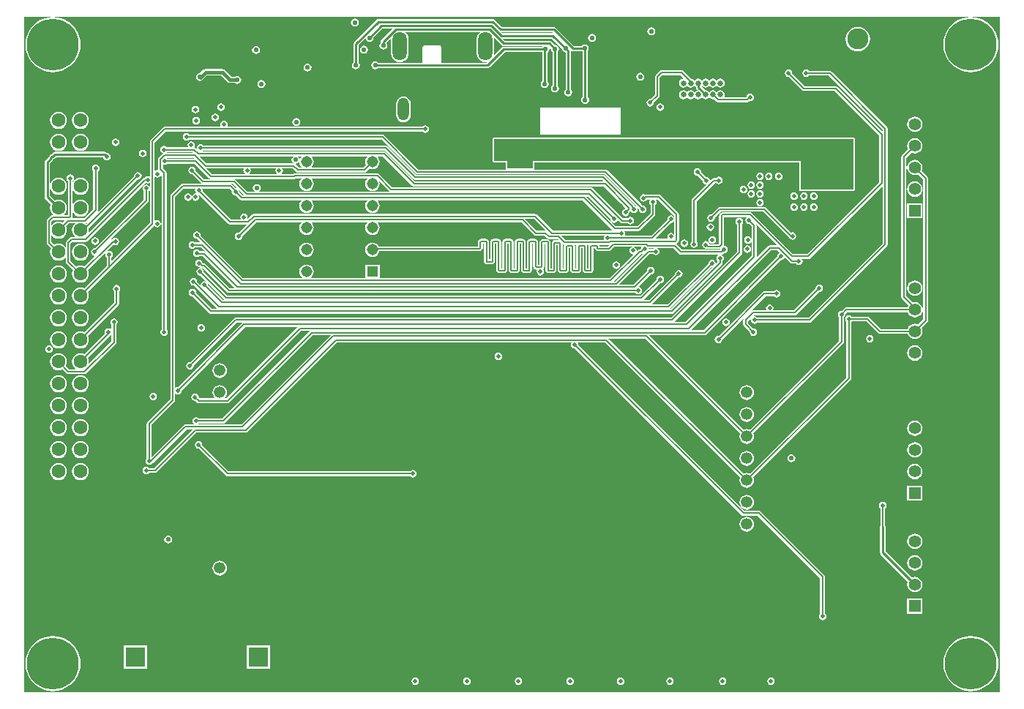
<source format=gbl>
G04*
G04 #@! TF.GenerationSoftware,Altium Limited,Altium Designer,25.4.2 (15)*
G04*
G04 Layer_Physical_Order=4*
G04 Layer_Color=16711680*
%FSLAX44Y44*%
%MOMM*%
G71*
G04*
G04 #@! TF.SameCoordinates,F718CCC6-B2C0-4064-A14D-7761564938EA*
G04*
G04*
G04 #@! TF.FilePolarity,Positive*
G04*
G01*
G75*
%ADD18C,0.2540*%
%ADD91C,1.4000*%
%ADD92R,1.4000X1.4000*%
%ADD95C,0.6500*%
G04:AMPARAMS|DCode=96|XSize=0.9mm|YSize=2.4mm|CornerRadius=0.45mm|HoleSize=0mm|Usage=FLASHONLY|Rotation=180.000|XOffset=0mm|YOffset=0mm|HoleType=Round|Shape=RoundedRectangle|*
%AMROUNDEDRECTD96*
21,1,0.9000,1.5000,0,0,180.0*
21,1,0.0000,2.4000,0,0,180.0*
1,1,0.9000,0.0000,0.7500*
1,1,0.9000,0.0000,0.7500*
1,1,0.9000,0.0000,-0.7500*
1,1,0.9000,0.0000,-0.7500*
%
%ADD96ROUNDEDRECTD96*%
G04:AMPARAMS|DCode=97|XSize=0.9mm|YSize=1.7mm|CornerRadius=0.45mm|HoleSize=0mm|Usage=FLASHONLY|Rotation=180.000|XOffset=0mm|YOffset=0mm|HoleType=Round|Shape=RoundedRectangle|*
%AMROUNDEDRECTD97*
21,1,0.9000,0.8000,0,0,180.0*
21,1,0.0000,1.7000,0,0,180.0*
1,1,0.9000,0.0000,0.4000*
1,1,0.9000,0.0000,0.4000*
1,1,0.9000,0.0000,-0.4000*
1,1,0.9000,0.0000,-0.4000*
%
%ADD97ROUNDEDRECTD97*%
%ADD100C,2.4500*%
%ADD101R,2.3000X2.3000*%
%ADD108C,0.2032*%
%ADD109C,0.3810*%
%ADD110C,0.1778*%
%ADD112O,1.3080X2.6160*%
%ADD113O,1.6600X3.3200*%
%ADD114C,1.6002*%
%ADD115C,6.0000*%
%ADD116C,1.3080*%
%ADD117R,1.3080X1.3080*%
%ADD118C,1.3370*%
%ADD119C,0.5000*%
%ADD120C,0.5500*%
G36*
X1128424Y0D02*
X0D01*
Y781359D01*
X1128424D01*
Y0D01*
D02*
G37*
%LPC*%
G36*
X382270Y779317D02*
X380503Y778965D01*
X379006Y777964D01*
X378005Y776467D01*
X377653Y774700D01*
X378005Y772933D01*
X379006Y771435D01*
X380503Y770435D01*
X382270Y770083D01*
X384037Y770435D01*
X385535Y771435D01*
X386535Y772933D01*
X386887Y774700D01*
X386535Y776467D01*
X385535Y777964D01*
X384037Y778965D01*
X382270Y779317D01*
D02*
G37*
G36*
X725170Y769157D02*
X723403Y768805D01*
X721906Y767804D01*
X720905Y766307D01*
X720553Y764540D01*
X720905Y762773D01*
X721906Y761275D01*
X723403Y760275D01*
X725170Y759923D01*
X726937Y760275D01*
X728435Y761275D01*
X729435Y762773D01*
X729787Y764540D01*
X729435Y766307D01*
X728435Y767804D01*
X726937Y768805D01*
X725170Y769157D01*
D02*
G37*
G36*
X656590Y761537D02*
X654823Y761185D01*
X653326Y760184D01*
X652325Y758687D01*
X651973Y756920D01*
X652325Y755153D01*
X653326Y753655D01*
X654823Y752655D01*
X656590Y752303D01*
X658357Y752655D01*
X659855Y753655D01*
X660855Y755153D01*
X661207Y756920D01*
X660855Y758687D01*
X659855Y760184D01*
X658357Y761185D01*
X656590Y761537D01*
D02*
G37*
G36*
X963930Y769799D02*
X960268Y769317D01*
X956855Y767904D01*
X953925Y765655D01*
X951677Y762725D01*
X950263Y759312D01*
X949781Y755650D01*
X950263Y751988D01*
X951677Y748576D01*
X953925Y745645D01*
X956855Y743397D01*
X960268Y741983D01*
X963930Y741501D01*
X967592Y741983D01*
X971004Y743397D01*
X973935Y745645D01*
X976183Y748576D01*
X977597Y751988D01*
X978079Y755650D01*
X977597Y759312D01*
X976183Y762725D01*
X973935Y765655D01*
X971004Y767904D01*
X967592Y769317D01*
X963930Y769799D01*
D02*
G37*
G36*
X392942Y748078D02*
X391175Y747727D01*
X389677Y746726D01*
X388676Y745229D01*
X388325Y743462D01*
X388676Y741695D01*
X389677Y740197D01*
X391175Y739196D01*
X392942Y738845D01*
X394708Y739196D01*
X396206Y740197D01*
X397207Y741695D01*
X397558Y743462D01*
X397207Y745229D01*
X396206Y746726D01*
X394708Y747727D01*
X392942Y748078D01*
D02*
G37*
G36*
X267970Y747567D02*
X266203Y747215D01*
X264706Y746215D01*
X263705Y744717D01*
X263353Y742950D01*
X263705Y741183D01*
X264706Y739686D01*
X266203Y738685D01*
X267970Y738333D01*
X269737Y738685D01*
X271234Y739686D01*
X272235Y741183D01*
X272587Y742950D01*
X272235Y744717D01*
X271234Y746215D01*
X269737Y747215D01*
X267970Y747567D01*
D02*
G37*
G36*
X760214Y719729D02*
X760214Y719729D01*
X736898D01*
X736898Y719729D01*
X735807Y719512D01*
X734883Y718894D01*
X734883Y718894D01*
X730016Y714027D01*
X729398Y713102D01*
X729181Y712012D01*
X729181Y712012D01*
Y691300D01*
X724178Y686297D01*
X723900Y686352D01*
X722231Y686020D01*
X720816Y685074D01*
X719870Y683659D01*
X719538Y681990D01*
X719870Y680321D01*
X720816Y678906D01*
X722231Y677960D01*
X723900Y677628D01*
X725569Y677960D01*
X726984Y678906D01*
X727930Y680321D01*
X728262Y681990D01*
X728206Y682268D01*
X734044Y688106D01*
X734044Y688106D01*
X734662Y689030D01*
X734879Y690120D01*
Y710832D01*
X738078Y714031D01*
X759034D01*
X763375Y709691D01*
X762340Y709896D01*
X760378Y709506D01*
X758715Y708395D01*
X757604Y706732D01*
X757214Y704770D01*
X757604Y702808D01*
X758715Y701145D01*
X760378Y700034D01*
X762340Y699643D01*
X764302Y700034D01*
X765965Y701145D01*
X766590Y702080D01*
X767215Y701145D01*
X768878Y700034D01*
X770840Y699643D01*
X772802Y700034D01*
X774465Y701145D01*
X775090Y702080D01*
X775715Y701145D01*
X776766Y700443D01*
Y699643D01*
Y699643D01*
Y699643D01*
X776923Y698854D01*
X777002Y698454D01*
X777002Y698454D01*
Y698454D01*
X777341Y697947D01*
X777676Y697446D01*
X777676Y697446D01*
X777676Y697446D01*
X778827Y696294D01*
X777378Y696006D01*
X775715Y694895D01*
X775090Y693960D01*
X774465Y694895D01*
X772802Y696006D01*
X770840Y696396D01*
X768878Y696006D01*
X767215Y694895D01*
X766590Y693960D01*
X765965Y694895D01*
X764302Y696006D01*
X762340Y696396D01*
X760378Y696006D01*
X758715Y694895D01*
X757604Y693232D01*
X757214Y691270D01*
X757604Y689308D01*
X758715Y687645D01*
X760378Y686534D01*
X762340Y686143D01*
X764302Y686534D01*
X765965Y687645D01*
X766590Y688580D01*
X767215Y687645D01*
X768878Y686534D01*
X770840Y686143D01*
X772802Y686534D01*
X774465Y687645D01*
X775090Y688580D01*
X775715Y687645D01*
X777378Y686534D01*
X779340Y686143D01*
X781302Y686534D01*
X782965Y687645D01*
X783590Y688580D01*
X784215Y687645D01*
X785878Y686534D01*
X787840Y686143D01*
X789802Y686534D01*
X791465Y687645D01*
X792090Y688580D01*
X792715Y687645D01*
X794378Y686534D01*
X796340Y686143D01*
X797408Y686356D01*
X800334Y683430D01*
X801216Y682841D01*
X802257Y682634D01*
X836483D01*
X837524Y682841D01*
X838406Y683430D01*
X839039Y684064D01*
X839470Y683978D01*
X841139Y684310D01*
X842554Y685256D01*
X843500Y686671D01*
X843832Y688340D01*
X843500Y690009D01*
X842554Y691424D01*
X841139Y692370D01*
X839470Y692702D01*
X837801Y692370D01*
X836386Y691424D01*
X835440Y690009D01*
X835108Y688340D01*
X835161Y688072D01*
X808751D01*
X809576Y689308D01*
X809967Y691270D01*
X809576Y693232D01*
X808465Y694895D01*
X806802Y696006D01*
X804840Y696396D01*
X802878Y696006D01*
X801215Y694895D01*
X800590Y693960D01*
X799965Y694895D01*
X798302Y696006D01*
X796340Y696396D01*
X794378Y696006D01*
X792715Y694895D01*
X792090Y693960D01*
X791465Y694895D01*
X789802Y696006D01*
X787840Y696396D01*
X787569Y696343D01*
X782981Y700930D01*
Y701169D01*
X783590Y702080D01*
X784215Y701145D01*
X785878Y700034D01*
X787840Y699643D01*
X789802Y700034D01*
X791465Y701145D01*
X792090Y702080D01*
X792715Y701145D01*
X794378Y700034D01*
X796340Y699643D01*
X798302Y700034D01*
X799965Y701145D01*
X800590Y702080D01*
X801215Y701145D01*
X802878Y700034D01*
X804840Y699643D01*
X806802Y700034D01*
X808465Y701145D01*
X809576Y702808D01*
X809967Y704770D01*
X809576Y706732D01*
X808465Y708395D01*
X806802Y709506D01*
X804840Y709896D01*
X802878Y709506D01*
X801215Y708395D01*
X800590Y707460D01*
X799965Y708395D01*
X798302Y709506D01*
X796340Y709896D01*
X794378Y709506D01*
X792715Y708395D01*
X792090Y707460D01*
X791465Y708395D01*
X789802Y709506D01*
X787840Y709896D01*
X785878Y709506D01*
X784215Y708395D01*
X783590Y707460D01*
X782965Y708395D01*
X781302Y709506D01*
X779340Y709896D01*
X777378Y709506D01*
X775715Y708395D01*
X775090Y707460D01*
X774465Y708395D01*
X772802Y709506D01*
X771323Y709800D01*
X762229Y718894D01*
X761304Y719512D01*
X760214Y719729D01*
D02*
G37*
G36*
X327660Y727247D02*
X325893Y726895D01*
X324395Y725894D01*
X323395Y724397D01*
X323043Y722630D01*
X323395Y720863D01*
X324395Y719365D01*
X325893Y718365D01*
X327660Y718013D01*
X329427Y718365D01*
X330924Y719365D01*
X331925Y720863D01*
X332277Y722630D01*
X331925Y724397D01*
X330924Y725894D01*
X329427Y726895D01*
X327660Y727247D01*
D02*
G37*
G36*
X1094740Y781176D02*
X1089753Y780784D01*
X1084890Y779616D01*
X1080268Y777702D01*
X1076004Y775089D01*
X1072200Y771840D01*
X1068952Y768036D01*
X1066338Y763772D01*
X1064424Y759150D01*
X1063256Y754287D01*
X1062864Y749300D01*
X1063256Y744314D01*
X1064424Y739450D01*
X1066338Y734828D01*
X1068952Y730564D01*
X1072200Y726760D01*
X1076004Y723512D01*
X1080268Y720898D01*
X1084890Y718984D01*
X1089753Y717816D01*
X1094740Y717424D01*
X1099727Y717816D01*
X1104590Y718984D01*
X1109212Y720898D01*
X1113476Y723512D01*
X1117280Y726760D01*
X1120528Y730564D01*
X1123142Y734828D01*
X1125056Y739450D01*
X1126224Y744314D01*
X1126616Y749300D01*
X1126224Y754287D01*
X1125056Y759150D01*
X1123142Y763772D01*
X1120528Y768036D01*
X1117280Y771840D01*
X1113476Y775089D01*
X1109212Y777702D01*
X1104590Y779616D01*
X1099727Y780784D01*
X1094740Y781176D01*
D02*
G37*
G36*
X33020D02*
X28033Y780784D01*
X23170Y779616D01*
X18549Y777702D01*
X14284Y775089D01*
X10480Y771840D01*
X7232Y768036D01*
X4618Y763772D01*
X2704Y759150D01*
X1536Y754287D01*
X1144Y749300D01*
X1536Y744314D01*
X2704Y739450D01*
X4618Y734828D01*
X7232Y730564D01*
X10480Y726760D01*
X14284Y723512D01*
X18549Y720898D01*
X23170Y718984D01*
X28033Y717816D01*
X33020Y717424D01*
X38007Y717816D01*
X42870Y718984D01*
X47491Y720898D01*
X51756Y723512D01*
X55560Y726760D01*
X58808Y730564D01*
X61422Y734828D01*
X63336Y739450D01*
X64504Y744314D01*
X64896Y749300D01*
X64504Y754287D01*
X63336Y759150D01*
X61422Y763772D01*
X58808Y768036D01*
X55560Y771840D01*
X51756Y775089D01*
X47491Y777702D01*
X42870Y779616D01*
X38007Y780784D01*
X33020Y781176D01*
D02*
G37*
G36*
X712252Y716869D02*
X710485Y716517D01*
X708987Y715516D01*
X707987Y714019D01*
X707635Y712252D01*
X707987Y710485D01*
X708987Y708987D01*
X710485Y707987D01*
X712252Y707635D01*
X714019Y707987D01*
X715516Y708987D01*
X716517Y710485D01*
X716869Y712252D01*
X716517Y714019D01*
X715516Y715516D01*
X714019Y716517D01*
X712252Y716869D01*
D02*
G37*
G36*
X228971Y721138D02*
X209383D01*
X207946Y720852D01*
X206728Y720038D01*
X202893Y716203D01*
X201447Y715916D01*
X199949Y714915D01*
X198948Y713417D01*
X198597Y711650D01*
X198948Y709884D01*
X199949Y708386D01*
X201447Y707385D01*
X203213Y707034D01*
X204980Y707385D01*
X206478Y708386D01*
X207479Y709884D01*
X207549Y710239D01*
X210938Y713628D01*
X227415D01*
X235087Y705956D01*
X236306Y705142D01*
X237743Y704856D01*
X243129D01*
X244377Y704023D01*
X246143Y703671D01*
X247910Y704023D01*
X249408Y705023D01*
X250408Y706521D01*
X250760Y708288D01*
X250408Y710055D01*
X249408Y711552D01*
X247910Y712553D01*
X246143Y712905D01*
X244377Y712553D01*
X244097Y712366D01*
X239298D01*
X231626Y720038D01*
X230408Y720852D01*
X228971Y721138D01*
D02*
G37*
G36*
X274320Y708197D02*
X272553Y707845D01*
X271056Y706844D01*
X270055Y705347D01*
X269703Y703580D01*
X270055Y701813D01*
X271056Y700315D01*
X272553Y699315D01*
X274320Y698963D01*
X276087Y699315D01*
X277584Y700315D01*
X278585Y701813D01*
X278937Y703580D01*
X278585Y705347D01*
X277584Y706844D01*
X276087Y707845D01*
X274320Y708197D01*
D02*
G37*
G36*
X541648Y778714D02*
X409267D01*
X408078Y778478D01*
X407069Y777804D01*
X381343Y752077D01*
X380669Y751069D01*
X380432Y749880D01*
Y728539D01*
X380275Y728435D01*
X379275Y726937D01*
X378923Y725170D01*
X379275Y723403D01*
X380275Y721906D01*
X381773Y720905D01*
X383540Y720553D01*
X385307Y720905D01*
X386805Y721906D01*
X387805Y723403D01*
X388157Y725170D01*
X387805Y726937D01*
X386805Y728435D01*
X386648Y728539D01*
Y748592D01*
X394609Y756554D01*
X394826Y755464D01*
X395827Y753967D01*
X397324Y752966D01*
X399091Y752615D01*
X400858Y752966D01*
X402356Y753967D01*
X403356Y755464D01*
X403708Y757231D01*
X403671Y757416D01*
X414436Y768181D01*
X426485D01*
X413092Y754788D01*
X412419Y753780D01*
X412182Y752591D01*
Y751399D01*
X412025Y751294D01*
X411025Y749797D01*
X410673Y748030D01*
X411025Y746263D01*
X412025Y744765D01*
X413523Y743765D01*
X415290Y743413D01*
X417057Y743765D01*
X418554Y744765D01*
X419555Y746263D01*
X419907Y748030D01*
X419555Y749797D01*
X418554Y751294D01*
X418455Y751361D01*
X424431Y757337D01*
X424205Y755622D01*
Y739022D01*
X424551Y736392D01*
X425567Y733940D01*
X427182Y731835D01*
X429287Y730219D01*
X431739Y729204D01*
X434370Y728857D01*
X437001Y729204D01*
X439453Y730219D01*
X441558Y731835D01*
X443173Y733940D01*
X444189Y736392D01*
X444535Y739022D01*
Y755622D01*
X444189Y758253D01*
X443173Y760705D01*
X441558Y762810D01*
X440186Y763863D01*
X527554D01*
X526182Y762810D01*
X524567Y760705D01*
X523551Y758253D01*
X523205Y755622D01*
Y739022D01*
X523551Y736392D01*
X524567Y733940D01*
X526182Y731835D01*
X528288Y730219D01*
X530739Y729204D01*
X533370Y728857D01*
X535084Y729083D01*
X534384Y728382D01*
X482183D01*
Y746323D01*
X482045Y747016D01*
X481652Y747604D01*
X481064Y747997D01*
X480370Y748135D01*
X462370D01*
X461676Y747997D01*
X461088Y747604D01*
X460695Y747016D01*
X460557Y746323D01*
Y728382D01*
X409132D01*
X409028Y728539D01*
X407530Y729540D01*
X405763Y729891D01*
X403997Y729540D01*
X402499Y728539D01*
X401498Y727041D01*
X401147Y725275D01*
X401498Y723508D01*
X402499Y722010D01*
X403997Y721009D01*
X405763Y720658D01*
X407530Y721009D01*
X409028Y722010D01*
X409132Y722167D01*
X535671D01*
X536860Y722403D01*
X537868Y723077D01*
X555649Y740858D01*
X598872D01*
Y707203D01*
X598716Y707098D01*
X597715Y705601D01*
X597363Y703834D01*
X597715Y702067D01*
X598716Y700570D01*
X600213Y699569D01*
X601980Y699217D01*
X603747Y699569D01*
X605244Y700570D01*
X606245Y702067D01*
X606597Y703834D01*
X606245Y705601D01*
X605244Y707098D01*
X605088Y707203D01*
Y740088D01*
X606007Y740702D01*
X607007Y742199D01*
X607359Y743966D01*
X607007Y745733D01*
X606007Y747231D01*
X605660Y747462D01*
X606189D01*
X609163Y744488D01*
X609126Y744303D01*
X609478Y742536D01*
X610478Y741039D01*
X610635Y740934D01*
Y702202D01*
X610478Y702097D01*
X609478Y700600D01*
X609126Y698833D01*
X609478Y697066D01*
X610478Y695568D01*
X611976Y694568D01*
X613743Y694216D01*
X615510Y694568D01*
X617007Y695568D01*
X618008Y697066D01*
X618359Y698833D01*
X618008Y700600D01*
X617007Y702097D01*
X616851Y702202D01*
Y740934D01*
X617007Y741039D01*
X618008Y742536D01*
X618359Y744303D01*
X618008Y746070D01*
X617007Y747568D01*
X615510Y748568D01*
X613743Y748920D01*
X613558Y748883D01*
X609674Y752767D01*
X608665Y753441D01*
X607476Y753678D01*
X555758D01*
X553044Y756392D01*
X610051D01*
X621530Y744913D01*
X621493Y744728D01*
X621845Y742961D01*
X622845Y741463D01*
X624343Y740463D01*
X626050Y740123D01*
Y697297D01*
X625894Y697193D01*
X624893Y695695D01*
X624541Y693928D01*
X624893Y692161D01*
X625894Y690664D01*
X627391Y689663D01*
X629158Y689311D01*
X630925Y689663D01*
X632422Y690664D01*
X633423Y692161D01*
X633775Y693928D01*
X633423Y695695D01*
X632422Y697193D01*
X632266Y697297D01*
Y741680D01*
X632093Y742550D01*
X632112Y742531D01*
X633120Y741857D01*
X634310Y741620D01*
X644839D01*
X644943Y741463D01*
X645333Y741203D01*
Y688443D01*
X644408Y687059D01*
X644056Y685292D01*
X644408Y683525D01*
X645409Y682028D01*
X646906Y681027D01*
X648673Y680675D01*
X650440Y681027D01*
X651938Y682028D01*
X652938Y683525D01*
X653290Y685292D01*
X652938Y687059D01*
X651938Y688557D01*
X651548Y688817D01*
Y741577D01*
X652473Y742961D01*
X652825Y744728D01*
X652473Y746495D01*
X651472Y747992D01*
X649975Y748993D01*
X648208Y749345D01*
X646441Y748993D01*
X644943Y747992D01*
X644839Y747836D01*
X635597D01*
X614623Y768810D01*
X613615Y769483D01*
X612426Y769720D01*
X551929D01*
X543845Y777804D01*
X542837Y778478D01*
X541648Y778714D01*
D02*
G37*
G36*
X735330Y681272D02*
X733661Y680940D01*
X732246Y679994D01*
X731300Y678579D01*
X730968Y676910D01*
X731300Y675241D01*
X732246Y673826D01*
X733661Y672880D01*
X735330Y672548D01*
X736999Y672880D01*
X738414Y673826D01*
X739360Y675241D01*
X739692Y676910D01*
X739360Y678579D01*
X738414Y679994D01*
X736999Y680940D01*
X735330Y681272D01*
D02*
G37*
G36*
X227330D02*
X225661Y680940D01*
X224246Y679994D01*
X223300Y678579D01*
X222968Y676910D01*
X223300Y675241D01*
X224246Y673826D01*
X225661Y672880D01*
X227330Y672548D01*
X228999Y672880D01*
X230414Y673826D01*
X231360Y675241D01*
X231692Y676910D01*
X231360Y678579D01*
X230414Y679994D01*
X228999Y680940D01*
X227330Y681272D01*
D02*
G37*
G36*
X197906Y678512D02*
X196237Y678180D01*
X194822Y677234D01*
X193876Y675819D01*
X193544Y674150D01*
X193876Y672481D01*
X194822Y671066D01*
X196237Y670120D01*
X197906Y669788D01*
X199575Y670120D01*
X200990Y671066D01*
X201936Y672481D01*
X202268Y674150D01*
X201936Y675819D01*
X200990Y677234D01*
X199575Y678180D01*
X197906Y678512D01*
D02*
G37*
G36*
X220853Y669390D02*
X219184Y669058D01*
X217769Y668113D01*
X216823Y666698D01*
X216491Y665028D01*
X216823Y663359D01*
X217769Y661944D01*
X219184Y660999D01*
X220853Y660667D01*
X222522Y660999D01*
X223937Y661944D01*
X224883Y663359D01*
X225215Y665028D01*
X224883Y666698D01*
X223937Y668113D01*
X222522Y669058D01*
X220853Y669390D01*
D02*
G37*
G36*
X438370Y689252D02*
X436199Y688967D01*
X434175Y688129D01*
X432438Y686795D01*
X431104Y685058D01*
X430266Y683034D01*
X429980Y680863D01*
Y667783D01*
X430266Y665611D01*
X431104Y663588D01*
X432438Y661850D01*
X434175Y660517D01*
X436199Y659679D01*
X438370Y659393D01*
X440541Y659679D01*
X442565Y660517D01*
X444302Y661850D01*
X445636Y663588D01*
X446474Y665611D01*
X446760Y667783D01*
Y680863D01*
X446474Y683034D01*
X445636Y685058D01*
X444302Y686795D01*
X442565Y688129D01*
X440541Y688967D01*
X438370Y689252D01*
D02*
G37*
G36*
X198628Y665524D02*
X196959Y665192D01*
X195544Y664246D01*
X194598Y662831D01*
X194266Y661162D01*
X194598Y659493D01*
X195544Y658078D01*
X196959Y657132D01*
X198628Y656800D01*
X200297Y657132D01*
X201712Y658078D01*
X202658Y659493D01*
X202990Y661162D01*
X202658Y662831D01*
X201712Y664246D01*
X200297Y665192D01*
X198628Y665524D01*
D02*
G37*
G36*
X314505Y664243D02*
X312738Y663892D01*
X311240Y662891D01*
X310240Y661393D01*
X309888Y659627D01*
X310240Y657860D01*
X311240Y656362D01*
X312738Y655361D01*
X314505Y655010D01*
X316271Y655361D01*
X317769Y656362D01*
X318770Y657860D01*
X319121Y659627D01*
X318770Y661393D01*
X317769Y662891D01*
X316271Y663892D01*
X314505Y664243D01*
D02*
G37*
G36*
X64770Y671533D02*
X62217Y671197D01*
X59838Y670212D01*
X57796Y668644D01*
X56228Y666602D01*
X55243Y664223D01*
X54907Y661670D01*
X55243Y659117D01*
X56228Y656738D01*
X57796Y654696D01*
X59838Y653128D01*
X62217Y652143D01*
X64770Y651807D01*
X67323Y652143D01*
X69702Y653128D01*
X71744Y654696D01*
X73312Y656738D01*
X74297Y659117D01*
X74633Y661670D01*
X74297Y664223D01*
X73312Y666602D01*
X71744Y668644D01*
X69702Y670212D01*
X67323Y671197D01*
X64770Y671533D01*
D02*
G37*
G36*
X39370D02*
X36817Y671197D01*
X34438Y670212D01*
X32396Y668644D01*
X30828Y666602D01*
X29843Y664223D01*
X29507Y661670D01*
X29843Y659117D01*
X30828Y656738D01*
X32396Y654696D01*
X34438Y653128D01*
X36817Y652143D01*
X39370Y651807D01*
X41923Y652143D01*
X44302Y653128D01*
X46344Y654696D01*
X47912Y656738D01*
X48897Y659117D01*
X49233Y661670D01*
X48897Y664223D01*
X47912Y666602D01*
X46344Y668644D01*
X44302Y670212D01*
X41923Y671197D01*
X39370Y671533D01*
D02*
G37*
G36*
X904240Y720642D02*
X902571Y720310D01*
X901156Y719364D01*
X900210Y717949D01*
X899878Y716280D01*
X900210Y714611D01*
X901156Y713196D01*
X902571Y712250D01*
X904240Y711918D01*
X905909Y712250D01*
X907324Y713196D01*
X907482Y713431D01*
X930346D01*
X992831Y650946D01*
Y648227D01*
X940544Y700514D01*
X939620Y701132D01*
X938530Y701349D01*
X938530Y701349D01*
X902880D01*
X888226Y716002D01*
X888282Y716280D01*
X887950Y717949D01*
X887004Y719364D01*
X885589Y720310D01*
X883920Y720642D01*
X882251Y720310D01*
X880836Y719364D01*
X879890Y717949D01*
X879558Y716280D01*
X879890Y714611D01*
X880836Y713196D01*
X882251Y712250D01*
X883920Y711918D01*
X884198Y711973D01*
X899686Y696486D01*
X899686Y696486D01*
X900610Y695868D01*
X901700Y695651D01*
X937350D01*
X989021Y643980D01*
Y590460D01*
X905600Y507039D01*
X888980D01*
X841554Y554464D01*
X840630Y555082D01*
X839540Y555299D01*
X839540Y555299D01*
X807640D01*
X807640Y555299D01*
X806550Y555082D01*
X805626Y554464D01*
X804436Y553274D01*
X803818Y552350D01*
X803601Y551260D01*
X803601Y551260D01*
Y519340D01*
X802730Y518469D01*
X792424D01*
X792255Y519321D01*
X791309Y520736D01*
X789894Y521682D01*
X788225Y522014D01*
X786556Y521682D01*
X785141Y520736D01*
X784195Y519321D01*
X783863Y517652D01*
X784195Y515983D01*
X785141Y514568D01*
X786556Y513622D01*
X788225Y513290D01*
X789097Y513464D01*
X789809Y512988D01*
X790899Y512771D01*
X790899Y512771D01*
X803910D01*
X803910Y512771D01*
X805000Y512988D01*
X805076Y513039D01*
X804893Y512119D01*
X760715D01*
X754190Y518644D01*
X753629Y519019D01*
X754158Y519124D01*
X755082Y519742D01*
X756394Y521054D01*
X756394Y521054D01*
X757012Y521978D01*
X757229Y523068D01*
Y552533D01*
X757229Y552533D01*
X757012Y553624D01*
X756394Y554548D01*
X756394Y554548D01*
X736074Y574868D01*
X735150Y575485D01*
X734060Y575702D01*
X734060Y575702D01*
X718072D01*
X717949Y575784D01*
X716280Y576116D01*
X714611Y575784D01*
X713196Y574838D01*
X712250Y573423D01*
X711918Y571754D01*
X712250Y570085D01*
X713196Y568670D01*
X714611Y567724D01*
X716280Y567392D01*
X717949Y567724D01*
X719364Y568670D01*
X720256Y570005D01*
X723604D01*
X722918Y568978D01*
X722586Y567309D01*
X722918Y565640D01*
X723864Y564225D01*
X724099Y564067D01*
Y554138D01*
X709203Y539242D01*
X683987D01*
X679018Y544211D01*
X680321Y543340D01*
X681990Y543008D01*
X683659Y543340D01*
X685074Y544286D01*
X686020Y545701D01*
X686224Y546727D01*
X689420Y543531D01*
X690344Y542914D01*
X691434Y542697D01*
X691434Y542697D01*
X697767D01*
X697956Y542415D01*
X699371Y541470D01*
X701040Y541138D01*
X702709Y541470D01*
X704124Y542415D01*
X705070Y543830D01*
X705402Y545500D01*
X705070Y547169D01*
X704124Y548584D01*
X702709Y549529D01*
X701040Y549861D01*
X699371Y549529D01*
X697956Y548584D01*
X697829Y548395D01*
X692614D01*
X657930Y583079D01*
X657930Y583079D01*
X657334Y583674D01*
X656410Y584292D01*
X655320Y584509D01*
X655320Y584509D01*
X425360D01*
X410510Y599358D01*
X409586Y599976D01*
X408496Y600193D01*
X408496Y600193D01*
X312507D01*
X312507Y600193D01*
X311417Y599976D01*
X310757Y599535D01*
X296542D01*
X297807Y600380D01*
X298752Y601795D01*
X299084Y603464D01*
X298752Y605133D01*
X298110Y606095D01*
X310437D01*
X314470Y602062D01*
X315394Y601444D01*
X316484Y601227D01*
X316484Y601227D01*
X393256D01*
X393256Y601227D01*
X394346Y601444D01*
X395270Y602062D01*
X399072Y605864D01*
X400419Y605306D01*
X402590Y605020D01*
X404761Y605306D01*
X406785Y606144D01*
X408522Y607478D01*
X409856Y609215D01*
X410694Y611239D01*
X410980Y613410D01*
X410694Y615581D01*
X409856Y617605D01*
X408522Y619342D01*
X407719Y619959D01*
X414872D01*
X448836Y585996D01*
X448836Y585996D01*
X449760Y585378D01*
X450850Y585161D01*
X450850Y585161D01*
X670650D01*
X696100Y559711D01*
X695686Y559297D01*
X695408Y559352D01*
X693739Y559020D01*
X692324Y558074D01*
X691378Y556659D01*
X691047Y554990D01*
X691378Y553321D01*
X692324Y551906D01*
X693739Y550960D01*
X695408Y550628D01*
X697077Y550960D01*
X698493Y551906D01*
X699438Y553321D01*
X699770Y554990D01*
X699715Y555268D01*
X701124Y556677D01*
X701766Y555716D01*
X703181Y554770D01*
X704850Y554438D01*
X706519Y554770D01*
X707934Y555716D01*
X708880Y557131D01*
X709212Y558800D01*
X708880Y560469D01*
X707934Y561884D01*
X706519Y562830D01*
X705808Y562971D01*
X705729Y563369D01*
X705112Y564293D01*
X671646Y597759D01*
X670722Y598376D01*
X669632Y598593D01*
X669632Y598593D01*
X453186D01*
X420072Y631707D01*
X419148Y632324D01*
X418058Y632541D01*
X418058Y632541D01*
X206849D01*
X206692Y632777D01*
X205277Y633722D01*
X203607Y634054D01*
X201938Y633722D01*
X200523Y632777D01*
X199578Y631362D01*
X199246Y629692D01*
X199540Y628210D01*
X198013Y629737D01*
X197089Y630355D01*
X196487Y630475D01*
X197070Y631348D01*
X197402Y633017D01*
X197070Y634686D01*
X196124Y636101D01*
X194709Y637047D01*
X193040Y637379D01*
X191371Y637047D01*
X189956Y636101D01*
X189010Y634686D01*
X188678Y633017D01*
X189010Y631348D01*
X189529Y630572D01*
X164572D01*
X164414Y630807D01*
X162999Y631753D01*
X161330Y632085D01*
X159661Y631753D01*
X158246Y630807D01*
X157300Y629392D01*
X156968Y627723D01*
X157300Y626054D01*
X158246Y624639D01*
X159661Y623693D01*
X160425Y623541D01*
X160007Y623261D01*
X160007Y623261D01*
X155315Y618570D01*
X154698Y617646D01*
X154481Y616556D01*
X154481Y616555D01*
Y604989D01*
X154481Y604988D01*
X154698Y603898D01*
X154714Y603873D01*
X153797Y604056D01*
X152128Y603724D01*
X150764Y602813D01*
Y635939D01*
X163486Y648661D01*
X460308D01*
X460466Y648426D01*
X461881Y647480D01*
X463550Y647148D01*
X465219Y647480D01*
X466634Y648426D01*
X467580Y649841D01*
X467912Y651510D01*
X467580Y653179D01*
X466634Y654594D01*
X465219Y655540D01*
X463550Y655872D01*
X461881Y655540D01*
X460466Y654594D01*
X460308Y654359D01*
X234270D01*
X234789Y655135D01*
X235121Y656804D01*
X234789Y658473D01*
X233843Y659888D01*
X232428Y660834D01*
X230759Y661166D01*
X229090Y660834D01*
X227675Y659888D01*
X226729Y658473D01*
X226397Y656804D01*
X226729Y655135D01*
X227248Y654359D01*
X162306D01*
X162306Y654359D01*
X161216Y654142D01*
X160292Y653524D01*
X160292Y653524D01*
X145901Y639134D01*
X145283Y638210D01*
X145067Y637119D01*
X145067Y637119D01*
Y596347D01*
X144290Y596866D01*
X142621Y597198D01*
X140952Y596866D01*
X139537Y595920D01*
X139369Y595670D01*
X138356Y595468D01*
X137432Y594850D01*
X137432Y594850D01*
X74014Y531432D01*
X74297Y532117D01*
X74633Y534670D01*
X74409Y536372D01*
X131040Y593003D01*
X131318Y592948D01*
X132987Y593280D01*
X134402Y594226D01*
X135348Y595641D01*
X135680Y597310D01*
X135348Y598979D01*
X134402Y600394D01*
X132987Y601340D01*
X131318Y601672D01*
X129649Y601340D01*
X128234Y600394D01*
X127288Y598979D01*
X126956Y597310D01*
X127011Y597032D01*
X71676Y541697D01*
X70453Y542635D01*
X71448Y542833D01*
X72372Y543451D01*
X84513Y555591D01*
X84513Y555591D01*
X85130Y556515D01*
X85347Y557605D01*
X85347Y557605D01*
Y602802D01*
X85583Y602960D01*
X86528Y604375D01*
X86860Y606044D01*
X86528Y607713D01*
X85583Y609128D01*
X84167Y610074D01*
X82498Y610406D01*
X80829Y610074D01*
X79414Y609128D01*
X78468Y607713D01*
X78136Y606044D01*
X78468Y604375D01*
X79414Y602960D01*
X79649Y602802D01*
Y558785D01*
X69178Y548314D01*
X55125D01*
X55718Y549201D01*
X55935Y550291D01*
X55935Y550291D01*
Y555846D01*
X56228Y555138D01*
X57796Y553096D01*
X59838Y551528D01*
X62217Y550543D01*
X64770Y550207D01*
X67323Y550543D01*
X69702Y551528D01*
X71744Y553096D01*
X73312Y555138D01*
X74297Y557517D01*
X74633Y560070D01*
X74297Y562623D01*
X73312Y565002D01*
X71744Y567044D01*
X69702Y568612D01*
X67323Y569597D01*
X64770Y569933D01*
X62217Y569597D01*
X59838Y568612D01*
X57796Y567044D01*
X56228Y565002D01*
X55935Y564294D01*
Y581246D01*
X56228Y580538D01*
X57796Y578496D01*
X59838Y576928D01*
X62217Y575943D01*
X64770Y575607D01*
X67323Y575943D01*
X69702Y576928D01*
X71744Y578496D01*
X73312Y580538D01*
X74297Y582917D01*
X74633Y585470D01*
X74297Y588023D01*
X73312Y590402D01*
X71744Y592444D01*
X69702Y594012D01*
X67323Y594997D01*
X64770Y595333D01*
X62217Y594997D01*
X59838Y594012D01*
X57796Y592444D01*
X56228Y590402D01*
X55935Y589694D01*
Y591372D01*
X56170Y591530D01*
X57116Y592945D01*
X57448Y594614D01*
X57116Y596283D01*
X56170Y597698D01*
X54755Y598644D01*
X53086Y598976D01*
X51417Y598644D01*
X50002Y597698D01*
X49056Y596283D01*
X48724Y594614D01*
X49056Y592945D01*
X50002Y591530D01*
X50237Y591372D01*
Y552124D01*
X45078D01*
X46344Y553096D01*
X47912Y555138D01*
X48897Y557517D01*
X49233Y560070D01*
X48897Y562623D01*
X47912Y565002D01*
X46344Y567044D01*
X44302Y568612D01*
X41923Y569597D01*
X39370Y569933D01*
X36817Y569597D01*
X34993Y568842D01*
X29778Y574057D01*
Y583411D01*
X29843Y582917D01*
X30828Y580538D01*
X32396Y578496D01*
X34438Y576928D01*
X36817Y575943D01*
X39370Y575607D01*
X41923Y575943D01*
X44302Y576928D01*
X46344Y578496D01*
X47912Y580538D01*
X48897Y582917D01*
X49233Y585470D01*
X48897Y588023D01*
X47912Y590402D01*
X46344Y592444D01*
X44302Y594012D01*
X41923Y594997D01*
X39370Y595333D01*
X36817Y594997D01*
X34438Y594012D01*
X32396Y592444D01*
X30828Y590402D01*
X29843Y588023D01*
X29778Y587529D01*
Y612149D01*
X32085Y614457D01*
X32203Y614632D01*
X32361Y614773D01*
X33049Y615677D01*
X33049Y615677D01*
X33102Y615636D01*
X33754Y616486D01*
X34604Y617138D01*
X34563Y617191D01*
X35466Y617878D01*
X35607Y618037D01*
X35783Y618155D01*
X36821Y619192D01*
X91001D01*
X91220Y618091D01*
X92166Y616676D01*
X93581Y615730D01*
X95250Y615398D01*
X96919Y615730D01*
X98334Y616676D01*
X99280Y618091D01*
X99612Y619760D01*
X99280Y621429D01*
X98334Y622844D01*
X96919Y623790D01*
X95250Y624122D01*
X95129Y624098D01*
X94730Y624497D01*
X93722Y625171D01*
X92532Y625408D01*
X35534D01*
X34344Y625171D01*
X33336Y624497D01*
X31537Y622699D01*
X30801Y622139D01*
X30593Y621904D01*
X29316Y620924D01*
X28335Y619646D01*
X28102Y619440D01*
X27541Y618703D01*
X24472Y615634D01*
X23799Y614626D01*
X23562Y613436D01*
Y572770D01*
X23799Y571581D01*
X24472Y570573D01*
X30598Y564447D01*
X29843Y562623D01*
X29507Y560070D01*
X29843Y557517D01*
X30828Y555138D01*
X32396Y553096D01*
X33662Y552124D01*
X32385D01*
X32385Y552124D01*
X31295Y551907D01*
X30371Y551289D01*
X30371Y551289D01*
X26434Y547352D01*
X25816Y546428D01*
X25599Y545338D01*
X25599Y545338D01*
Y520192D01*
X25599Y520192D01*
X25816Y519102D01*
X26434Y518178D01*
X30705Y513906D01*
X29843Y511823D01*
X29507Y509270D01*
X29843Y506717D01*
X30828Y504338D01*
X32396Y502296D01*
X34438Y500728D01*
X36817Y499743D01*
X39370Y499407D01*
X41923Y499743D01*
X44302Y500728D01*
X46344Y502296D01*
X47697Y504059D01*
Y498094D01*
X47697Y498094D01*
X47914Y497004D01*
X48532Y496080D01*
X56105Y488506D01*
X55243Y486423D01*
X54907Y483870D01*
X55243Y481317D01*
X56228Y478938D01*
X57796Y476896D01*
X59838Y475328D01*
X62217Y474343D01*
X64770Y474007D01*
X67323Y474343D01*
X69702Y475328D01*
X71744Y476896D01*
X73312Y478938D01*
X74297Y481317D01*
X74633Y483870D01*
X74297Y486423D01*
X73435Y488506D01*
X102962Y518033D01*
X103664Y517563D01*
X105333Y517231D01*
X107002Y517563D01*
X108418Y518509D01*
X109363Y519924D01*
X109695Y521593D01*
X109363Y523262D01*
X108418Y524677D01*
X107002Y525623D01*
X105333Y525955D01*
X103664Y525623D01*
X102249Y524677D01*
X101679Y523825D01*
X100835Y523657D01*
X99911Y523040D01*
X99911Y523039D01*
X85518Y508647D01*
X85642Y509270D01*
X85587Y509548D01*
X142984Y566946D01*
X142984Y566946D01*
X143602Y567870D01*
X143819Y568960D01*
X143819Y568960D01*
Y579688D01*
X144054Y579846D01*
X145000Y581261D01*
X145067Y581597D01*
Y542795D01*
X100766Y498494D01*
Y502929D01*
X101001Y503086D01*
X101947Y504501D01*
X102279Y506170D01*
X101947Y507839D01*
X101001Y509254D01*
X99586Y510200D01*
X97917Y510532D01*
X96248Y510200D01*
X94833Y509254D01*
X93887Y507839D01*
X93555Y506170D01*
X93887Y504501D01*
X94833Y503086D01*
X95068Y502929D01*
Y492797D01*
X69406Y467135D01*
X67323Y467997D01*
X64770Y468333D01*
X62217Y467997D01*
X59838Y467012D01*
X57796Y465444D01*
X56228Y463402D01*
X55243Y461023D01*
X54907Y458470D01*
X55243Y455917D01*
X56228Y453538D01*
X57796Y451496D01*
X59838Y449928D01*
X62217Y448943D01*
X64770Y448607D01*
X67323Y448943D01*
X69702Y449928D01*
X71744Y451496D01*
X73312Y453538D01*
X74297Y455917D01*
X74633Y458470D01*
X74297Y461023D01*
X73435Y463106D01*
X99931Y489603D01*
X99931Y489603D01*
X149911Y539582D01*
X150332Y538952D01*
X151747Y538006D01*
X153416Y537674D01*
X155085Y538006D01*
X156500Y538952D01*
X157446Y540367D01*
X157778Y542036D01*
X157446Y543705D01*
X156500Y545120D01*
X155085Y546066D01*
X153416Y546398D01*
X151747Y546066D01*
X150764Y545409D01*
Y596575D01*
X152128Y595664D01*
X153797Y595332D01*
X155466Y595664D01*
X156881Y596610D01*
X157827Y598025D01*
X158159Y599694D01*
X158050Y600239D01*
X158741Y599548D01*
Y419952D01*
X158505Y419794D01*
X157560Y418379D01*
X157228Y416710D01*
X157560Y415041D01*
X158505Y413626D01*
X159921Y412680D01*
X161590Y412348D01*
X163259Y412680D01*
X164674Y413626D01*
X165620Y415041D01*
X165951Y416710D01*
X165620Y418379D01*
X164674Y419794D01*
X164438Y419952D01*
Y600728D01*
X164438Y600728D01*
X164222Y601819D01*
X163604Y602743D01*
X163604Y602743D01*
X160178Y606168D01*
Y610851D01*
X160954Y610333D01*
X162624Y610001D01*
X164293Y610333D01*
X165708Y611278D01*
X165865Y611514D01*
X197003D01*
X213845Y594672D01*
X213846Y594672D01*
X214770Y594054D01*
X215782Y593853D01*
X207867D01*
X198188Y603532D01*
X198243Y603810D01*
X197911Y605479D01*
X196966Y606894D01*
X195550Y607840D01*
X193881Y608172D01*
X192212Y607840D01*
X190797Y606894D01*
X189851Y605479D01*
X189519Y603810D01*
X189851Y602141D01*
X190797Y600726D01*
X192212Y599780D01*
X193881Y599448D01*
X194159Y599503D01*
X204673Y588990D01*
X204673Y588990D01*
X205357Y588533D01*
X183094D01*
X183094Y588533D01*
X182004Y588316D01*
X181080Y587698D01*
X181079Y587698D01*
X169690Y576308D01*
X169072Y575384D01*
X168855Y574294D01*
X168855Y574294D01*
Y339254D01*
X142197Y312596D01*
X141580Y311672D01*
X141363Y310582D01*
X141363Y310581D01*
Y270510D01*
X141127Y270353D01*
X140182Y268938D01*
X139850Y267268D01*
X140182Y265599D01*
X141127Y264184D01*
X142542Y263239D01*
X144212Y262907D01*
X145881Y263239D01*
X147296Y264184D01*
X147758Y264875D01*
X148325Y265254D01*
X187308Y304237D01*
X194799D01*
X149950Y259389D01*
X144212D01*
X144054Y259624D01*
X142639Y260570D01*
X140970Y260902D01*
X139301Y260570D01*
X137886Y259624D01*
X136940Y258209D01*
X136608Y256540D01*
X136940Y254871D01*
X137886Y253456D01*
X139301Y252510D01*
X140970Y252178D01*
X142639Y252510D01*
X144054Y253456D01*
X144212Y253691D01*
X151130D01*
X151130Y253691D01*
X152220Y253908D01*
X153144Y254526D01*
X199046Y300427D01*
X256286D01*
X256286Y300427D01*
X257376Y300644D01*
X258300Y301262D01*
X361757Y404719D01*
X632977D01*
X632458Y403943D01*
X632126Y402273D01*
X632458Y400604D01*
X633404Y399189D01*
X634819Y398244D01*
X636488Y397912D01*
X636766Y397967D01*
X829736Y204996D01*
X829737Y204996D01*
X830661Y204378D01*
X831751Y204161D01*
X848450D01*
X920441Y132170D01*
Y90872D01*
X920206Y90714D01*
X919260Y89299D01*
X918928Y87630D01*
X919260Y85961D01*
X920206Y84546D01*
X921621Y83600D01*
X923290Y83268D01*
X924959Y83600D01*
X926374Y84546D01*
X927320Y85961D01*
X927652Y87630D01*
X927320Y89299D01*
X926374Y90714D01*
X926139Y90872D01*
Y133350D01*
X925922Y134440D01*
X925304Y135364D01*
X925304Y135364D01*
X851644Y209024D01*
X850720Y209642D01*
X849630Y209859D01*
X849630Y209859D01*
X832931D01*
X640795Y401996D01*
X640850Y402273D01*
X640518Y403943D01*
X639999Y404719D01*
X672023D01*
X828003Y248739D01*
X827415Y247319D01*
X827124Y245110D01*
X827415Y242901D01*
X828268Y240842D01*
X829624Y239074D01*
X831392Y237718D01*
X833451Y236865D01*
X835660Y236574D01*
X837869Y236865D01*
X839928Y237718D01*
X841696Y239074D01*
X843052Y240842D01*
X843905Y242901D01*
X844196Y245110D01*
X843905Y247319D01*
X843317Y248739D01*
X955784Y361206D01*
X956402Y362130D01*
X956619Y363220D01*
X956619Y363220D01*
Y428558D01*
X956854Y428716D01*
X957012Y428951D01*
X974180D01*
X987715Y415416D01*
X987715Y415416D01*
X988640Y414798D01*
X989730Y414581D01*
X1021648D01*
X1022302Y413003D01*
X1023709Y411170D01*
X1025543Y409762D01*
X1027678Y408878D01*
X1029970Y408576D01*
X1032261Y408878D01*
X1034397Y409762D01*
X1036230Y411170D01*
X1037637Y413003D01*
X1038522Y415139D01*
X1038823Y417430D01*
X1038522Y419722D01*
X1037868Y421300D01*
X1044684Y428116D01*
X1044684Y428116D01*
X1045302Y429040D01*
X1045519Y430130D01*
X1045519Y430130D01*
Y594360D01*
X1045519Y594360D01*
X1045302Y595450D01*
X1044684Y596374D01*
X1044684Y596374D01*
X1037868Y603190D01*
X1038522Y604768D01*
X1038823Y607060D01*
X1038522Y609351D01*
X1037637Y611487D01*
X1036230Y613320D01*
X1034397Y614727D01*
X1032261Y615612D01*
X1029970Y615914D01*
X1027678Y615612D01*
X1025543Y614727D01*
X1023709Y613320D01*
X1022302Y611487D01*
X1021418Y609351D01*
X1021116Y607060D01*
X1021418Y604768D01*
X1022302Y602633D01*
X1023709Y600799D01*
X1025543Y599392D01*
X1027678Y598508D01*
X1029970Y598206D01*
X1032261Y598508D01*
X1033840Y599162D01*
X1039821Y593180D01*
Y431310D01*
X1033839Y425328D01*
X1032261Y425982D01*
X1029970Y426284D01*
X1027678Y425982D01*
X1025543Y425098D01*
X1023709Y423691D01*
X1022302Y421857D01*
X1021649Y420279D01*
X990910D01*
X977374Y433814D01*
X976450Y434432D01*
X975360Y434649D01*
X975360Y434649D01*
X957012D01*
X956854Y434884D01*
X955439Y435830D01*
X953770Y436162D01*
X952101Y435830D01*
X950686Y434884D01*
X949740Y433469D01*
X949408Y431800D01*
X949740Y430131D01*
X950686Y428716D01*
X950921Y428558D01*
Y364400D01*
X839288Y252767D01*
X837869Y253355D01*
X835660Y253646D01*
X833451Y253355D01*
X832031Y252767D01*
X675523Y409275D01*
X718266D01*
X828003Y299539D01*
X827415Y298119D01*
X827124Y295910D01*
X827415Y293701D01*
X828268Y291642D01*
X829624Y289874D01*
X831392Y288518D01*
X833451Y287665D01*
X835660Y287374D01*
X837869Y287665D01*
X839928Y288518D01*
X841696Y289874D01*
X843052Y291642D01*
X843905Y293701D01*
X844196Y295910D01*
X843905Y298119D01*
X843317Y299539D01*
X947188Y403409D01*
X947188Y403409D01*
X947805Y404333D01*
X948022Y405424D01*
X948022Y405424D01*
Y433726D01*
X948258Y433883D01*
X949203Y435298D01*
X949535Y436967D01*
X949480Y437245D01*
X951816Y439581D01*
X1021649D01*
X1022302Y438003D01*
X1023709Y436170D01*
X1025543Y434762D01*
X1027678Y433878D01*
X1029970Y433576D01*
X1032261Y433878D01*
X1034397Y434762D01*
X1036230Y436170D01*
X1037637Y438003D01*
X1038522Y440139D01*
X1038823Y442430D01*
X1038522Y444722D01*
X1037637Y446857D01*
X1036230Y448691D01*
X1034397Y450098D01*
X1032261Y450982D01*
X1029970Y451284D01*
X1027678Y450982D01*
X1027564Y450935D01*
X1020119Y458380D01*
Y618180D01*
X1026100Y624161D01*
X1027678Y623508D01*
X1029970Y623206D01*
X1032261Y623508D01*
X1034397Y624392D01*
X1036230Y625799D01*
X1037637Y627633D01*
X1038522Y629768D01*
X1038823Y632060D01*
X1038522Y634351D01*
X1037637Y636487D01*
X1036230Y638320D01*
X1034397Y639727D01*
X1032261Y640612D01*
X1029970Y640914D01*
X1027678Y640612D01*
X1025543Y639727D01*
X1023709Y638320D01*
X1022302Y636487D01*
X1021418Y634351D01*
X1021116Y632060D01*
X1021418Y629768D01*
X1022072Y628190D01*
X1015256Y621374D01*
X1014638Y620450D01*
X1014421Y619360D01*
X1014421Y619360D01*
Y457200D01*
X1014421Y457200D01*
X1014638Y456110D01*
X1015256Y455186D01*
X1022859Y447582D01*
X1022302Y446857D01*
X1021648Y445279D01*
X950636D01*
X950636Y445279D01*
X949546Y445062D01*
X948622Y444444D01*
X948622Y444444D01*
X945451Y441274D01*
X945174Y441329D01*
X943504Y440997D01*
X942089Y440052D01*
X941144Y438637D01*
X940812Y436967D01*
X941144Y435298D01*
X942089Y433883D01*
X942325Y433726D01*
Y406604D01*
X839288Y303567D01*
X837869Y304155D01*
X835660Y304446D01*
X833451Y304155D01*
X832031Y303567D01*
X722513Y413085D01*
X786774D01*
X786774Y413085D01*
X787864Y413302D01*
X788789Y413920D01*
X874700Y499831D01*
X874978Y499776D01*
X876647Y500108D01*
X878062Y501053D01*
X879007Y502468D01*
X879190Y503383D01*
X885941Y496632D01*
X885941Y496632D01*
X886865Y496014D01*
X887956Y495798D01*
X887956Y495798D01*
X892572D01*
X892729Y495562D01*
X894145Y494616D01*
X895814Y494284D01*
X897483Y494616D01*
X898898Y495562D01*
X899844Y496977D01*
X900176Y498646D01*
X899844Y500315D01*
X899158Y501341D01*
X906780D01*
X906780Y501341D01*
X907870Y501558D01*
X908794Y502176D01*
X992831Y586213D01*
Y519207D01*
X907003Y433379D01*
X847792D01*
X847634Y433614D01*
X846219Y434560D01*
X844550Y434892D01*
X842881Y434560D01*
X841578Y433689D01*
X843992Y436103D01*
X891072D01*
X891072Y436103D01*
X892162Y436320D01*
X893086Y436938D01*
X919202Y463054D01*
X919480Y462998D01*
X921149Y463330D01*
X922564Y464276D01*
X923510Y465691D01*
X923842Y467360D01*
X923510Y469029D01*
X922564Y470444D01*
X921149Y471390D01*
X919480Y471722D01*
X917811Y471390D01*
X916396Y470444D01*
X915450Y469029D01*
X915118Y467360D01*
X915173Y467082D01*
X889892Y441801D01*
X865587D01*
X866106Y442577D01*
X866438Y444246D01*
X866106Y445915D01*
X865160Y447330D01*
X863745Y448276D01*
X862076Y448608D01*
X860407Y448276D01*
X858992Y447330D01*
X858046Y445915D01*
X857714Y444246D01*
X858046Y442577D01*
X858565Y441801D01*
X842812D01*
X842812Y441801D01*
X841722Y441584D01*
X840798Y440966D01*
X832376Y432544D01*
X831758Y431620D01*
X831541Y430530D01*
X831541Y430530D01*
Y425602D01*
X831541Y425601D01*
X831758Y424511D01*
X832376Y423587D01*
X838999Y416964D01*
X838918Y416560D01*
X839250Y414891D01*
X840196Y413476D01*
X841611Y412530D01*
X843280Y412198D01*
X844949Y412530D01*
X846364Y413476D01*
X847310Y414891D01*
X847642Y416560D01*
X847310Y418229D01*
X846364Y419644D01*
X844949Y420590D01*
X843280Y420922D01*
X843128Y420892D01*
X837239Y426781D01*
Y429350D01*
X841391Y433502D01*
X840520Y432199D01*
X840188Y430530D01*
X840520Y428861D01*
X841466Y427446D01*
X842881Y426500D01*
X844550Y426168D01*
X846219Y426500D01*
X847634Y427446D01*
X847792Y427681D01*
X908183D01*
X908183Y427681D01*
X909273Y427898D01*
X910198Y428516D01*
X997694Y516012D01*
X997694Y516013D01*
X998312Y516937D01*
X998529Y518027D01*
Y652126D01*
X998529Y652126D01*
X998312Y653216D01*
X997694Y654141D01*
X997694Y654141D01*
X933541Y718294D01*
X932616Y718912D01*
X931526Y719129D01*
X931526Y719129D01*
X907482D01*
X907324Y719364D01*
X905909Y720310D01*
X904240Y720642D01*
D02*
G37*
G36*
X1029970Y665914D02*
X1027678Y665612D01*
X1025543Y664727D01*
X1023709Y663320D01*
X1022302Y661487D01*
X1021418Y659351D01*
X1021116Y657060D01*
X1021418Y654768D01*
X1022302Y652633D01*
X1023709Y650799D01*
X1025543Y649392D01*
X1027678Y648508D01*
X1029970Y648206D01*
X1032261Y648508D01*
X1034397Y649392D01*
X1036230Y650799D01*
X1037637Y652633D01*
X1038522Y654768D01*
X1038823Y657060D01*
X1038522Y659351D01*
X1037637Y661487D01*
X1036230Y663320D01*
X1034397Y664727D01*
X1032261Y665612D01*
X1029970Y665914D01*
D02*
G37*
G36*
X688357Y676805D02*
X598310D01*
X597616Y676667D01*
X597028Y676274D01*
X596635Y675686D01*
X596497Y674992D01*
Y647020D01*
X596635Y646326D01*
X597028Y645738D01*
X597616Y645345D01*
X598310Y645207D01*
X688357D01*
X689051Y645345D01*
X689639Y645738D01*
X690032Y646326D01*
X690170Y647020D01*
Y674992D01*
X690032Y675686D01*
X689639Y676274D01*
X689051Y676667D01*
X688357Y676805D01*
D02*
G37*
G36*
X105410Y640632D02*
X103741Y640300D01*
X102326Y639354D01*
X101380Y637939D01*
X101048Y636270D01*
X101380Y634601D01*
X102326Y633186D01*
X103741Y632240D01*
X105410Y631908D01*
X107079Y632240D01*
X108494Y633186D01*
X109440Y634601D01*
X109772Y636270D01*
X109440Y637939D01*
X108494Y639354D01*
X107079Y640300D01*
X105410Y640632D01*
D02*
G37*
G36*
X64770Y646133D02*
X62217Y645797D01*
X59838Y644812D01*
X57796Y643244D01*
X56228Y641202D01*
X55243Y638823D01*
X54907Y636270D01*
X55243Y633717D01*
X56228Y631338D01*
X57796Y629296D01*
X59838Y627728D01*
X62217Y626743D01*
X64770Y626407D01*
X67323Y626743D01*
X69702Y627728D01*
X71744Y629296D01*
X73312Y631338D01*
X74297Y633717D01*
X74633Y636270D01*
X74297Y638823D01*
X73312Y641202D01*
X71744Y643244D01*
X69702Y644812D01*
X67323Y645797D01*
X64770Y646133D01*
D02*
G37*
G36*
X39370D02*
X36817Y645797D01*
X34438Y644812D01*
X32396Y643244D01*
X30828Y641202D01*
X29843Y638823D01*
X29507Y636270D01*
X29843Y633717D01*
X30828Y631338D01*
X32396Y629296D01*
X34438Y627728D01*
X36817Y626743D01*
X39370Y626407D01*
X41923Y626743D01*
X44302Y627728D01*
X46344Y629296D01*
X47912Y631338D01*
X48897Y633717D01*
X49233Y636270D01*
X48897Y638823D01*
X47912Y641202D01*
X46344Y643244D01*
X44302Y644812D01*
X41923Y645797D01*
X39370Y646133D01*
D02*
G37*
G36*
X136873Y627672D02*
X135204Y627340D01*
X133789Y626394D01*
X132843Y624979D01*
X132511Y623310D01*
X132843Y621641D01*
X133789Y620226D01*
X135204Y619280D01*
X136873Y618948D01*
X138542Y619280D01*
X139957Y620226D01*
X140903Y621641D01*
X141235Y623310D01*
X140903Y624979D01*
X139957Y626394D01*
X138542Y627340D01*
X136873Y627672D01*
D02*
G37*
G36*
X872490Y601262D02*
X870821Y600930D01*
X869406Y599984D01*
X868460Y598569D01*
X868128Y596900D01*
X868460Y595231D01*
X869406Y593816D01*
X870821Y592870D01*
X872490Y592538D01*
X874159Y592870D01*
X875574Y593816D01*
X876520Y595231D01*
X876852Y596900D01*
X876520Y598569D01*
X875574Y599984D01*
X874159Y600930D01*
X872490Y601262D01*
D02*
G37*
G36*
X861060D02*
X859391Y600930D01*
X857976Y599984D01*
X857030Y598569D01*
X856698Y596900D01*
X857030Y595231D01*
X857976Y593816D01*
X859391Y592870D01*
X861060Y592538D01*
X862729Y592870D01*
X864144Y593816D01*
X865090Y595231D01*
X865422Y596900D01*
X865090Y598569D01*
X864144Y599984D01*
X862729Y600930D01*
X861060Y601262D01*
D02*
G37*
G36*
X850900D02*
X849231Y600930D01*
X847816Y599984D01*
X846870Y598569D01*
X846538Y596900D01*
X846870Y595231D01*
X847816Y593816D01*
X849231Y592870D01*
X850900Y592538D01*
X852569Y592870D01*
X853984Y593816D01*
X854930Y595231D01*
X855262Y596900D01*
X854930Y598569D01*
X853984Y599984D01*
X852569Y600930D01*
X850900Y601262D01*
D02*
G37*
G36*
X778510Y606342D02*
X776841Y606010D01*
X775426Y605064D01*
X774480Y603649D01*
X774148Y601980D01*
X774480Y600311D01*
X775426Y598896D01*
X776841Y597950D01*
X778510Y597618D01*
X778788Y597673D01*
X784363Y592098D01*
X784308Y591820D01*
X784640Y590151D01*
X785586Y588736D01*
X787001Y587790D01*
X788670Y587458D01*
X789058Y587535D01*
X772686Y571163D01*
X772068Y570239D01*
X771851Y569148D01*
X771851Y569148D01*
Y521696D01*
X771616Y521538D01*
X770670Y520123D01*
X770338Y518454D01*
X770670Y516785D01*
X771616Y515370D01*
X773031Y514424D01*
X774700Y514092D01*
X776369Y514424D01*
X777784Y515370D01*
X778730Y516785D01*
X779062Y518454D01*
X778730Y520123D01*
X777784Y521538D01*
X777549Y521696D01*
Y567968D01*
X798814Y589234D01*
X800092D01*
X800249Y588998D01*
X801664Y588053D01*
X803333Y587721D01*
X805003Y588053D01*
X806418Y588998D01*
X807363Y590414D01*
X807695Y592083D01*
X807363Y593752D01*
X806418Y595167D01*
X805003Y596112D01*
X803333Y596445D01*
X801664Y596112D01*
X800249Y595167D01*
X800092Y594931D01*
X797634D01*
X797634Y594931D01*
X796544Y594715D01*
X795620Y594097D01*
X795620Y594097D01*
X792955Y591432D01*
X793032Y591820D01*
X792700Y593489D01*
X791754Y594904D01*
X790339Y595850D01*
X788670Y596182D01*
X788392Y596127D01*
X782816Y601702D01*
X782872Y601980D01*
X782540Y603649D01*
X781594Y605064D01*
X780179Y606010D01*
X778510Y606342D01*
D02*
G37*
G36*
X850900Y591102D02*
X849231Y590770D01*
X847816Y589824D01*
X846870Y588409D01*
X846538Y586740D01*
X846870Y585071D01*
X847816Y583656D01*
X849231Y582710D01*
X850900Y582378D01*
X852569Y582710D01*
X853984Y583656D01*
X854930Y585071D01*
X855262Y586740D01*
X854930Y588409D01*
X853984Y589824D01*
X852569Y590770D01*
X850900Y591102D01*
D02*
G37*
G36*
X840740D02*
X839071Y590770D01*
X837656Y589824D01*
X836710Y588409D01*
X836378Y586740D01*
X836710Y585071D01*
X837656Y583656D01*
X839071Y582710D01*
X840740Y582378D01*
X842409Y582710D01*
X843824Y583656D01*
X844770Y585071D01*
X845102Y586740D01*
X844770Y588409D01*
X843824Y589824D01*
X842409Y590770D01*
X840740Y591102D01*
D02*
G37*
G36*
X187442Y646798D02*
X185773Y646466D01*
X184358Y645521D01*
X183412Y644106D01*
X183080Y642437D01*
X183412Y640768D01*
X184358Y639352D01*
X185773Y638407D01*
X187442Y638075D01*
X189111Y638407D01*
X190526Y639352D01*
X190683Y639588D01*
X413023D01*
X452646Y599966D01*
X453570Y599348D01*
X454660Y599131D01*
X454660Y599131D01*
X671174D01*
X707727Y562578D01*
X707781Y562307D01*
X708398Y561383D01*
X710704Y559078D01*
X710648Y558800D01*
X710980Y557131D01*
X711926Y555716D01*
X713341Y554770D01*
X715010Y554438D01*
X716679Y554770D01*
X718094Y555716D01*
X719040Y557131D01*
X719372Y558800D01*
X719040Y560469D01*
X718094Y561884D01*
X716679Y562830D01*
X715010Y563162D01*
X714732Y563107D01*
X713098Y564740D01*
X713045Y565011D01*
X712427Y565936D01*
X712427Y565936D01*
X674368Y603994D01*
X673444Y604612D01*
X672354Y604829D01*
X672354Y604829D01*
X589506D01*
X589685Y605096D01*
X589823Y605790D01*
Y612867D01*
X896077D01*
Y581660D01*
X896215Y580966D01*
X896608Y580378D01*
X897196Y579985D01*
X897890Y579847D01*
X958850D01*
X959544Y579985D01*
X960132Y580378D01*
X960525Y580966D01*
X960663Y581660D01*
Y617220D01*
Y640080D01*
X960525Y640774D01*
X960132Y641362D01*
X959544Y641755D01*
X958850Y641893D01*
X543560D01*
X542866Y641755D01*
X542278Y641362D01*
X541885Y640774D01*
X541747Y640080D01*
Y614680D01*
X541885Y613986D01*
X542278Y613398D01*
X542866Y613005D01*
X543560Y612867D01*
X556987D01*
Y605790D01*
X557125Y605096D01*
X557304Y604829D01*
X455840D01*
X416218Y644451D01*
X415294Y645069D01*
X414203Y645285D01*
X414203Y645285D01*
X190683D01*
X190526Y645521D01*
X189111Y646466D01*
X187442Y646798D01*
D02*
G37*
G36*
X831850Y586022D02*
X830181Y585690D01*
X828766Y584744D01*
X827820Y583329D01*
X827488Y581660D01*
X827820Y579991D01*
X828766Y578576D01*
X830181Y577630D01*
X831850Y577298D01*
X833519Y577630D01*
X834934Y578576D01*
X835880Y579991D01*
X836212Y581660D01*
X835880Y583329D01*
X834934Y584744D01*
X833519Y585690D01*
X831850Y586022D01*
D02*
G37*
G36*
X1029970Y590914D02*
X1027678Y590612D01*
X1025543Y589727D01*
X1023709Y588320D01*
X1022302Y586487D01*
X1021418Y584351D01*
X1021116Y582060D01*
X1021418Y579768D01*
X1022302Y577633D01*
X1023709Y575799D01*
X1025543Y574392D01*
X1027678Y573508D01*
X1029970Y573206D01*
X1032261Y573508D01*
X1034397Y574392D01*
X1036230Y575799D01*
X1037637Y577633D01*
X1038522Y579768D01*
X1038823Y582060D01*
X1038522Y584351D01*
X1037637Y586487D01*
X1036230Y588320D01*
X1034397Y589727D01*
X1032261Y590612D01*
X1029970Y590914D01*
D02*
G37*
G36*
X850900Y580942D02*
X849231Y580610D01*
X847816Y579664D01*
X846870Y578249D01*
X846538Y576580D01*
X846870Y574911D01*
X847816Y573496D01*
X849231Y572550D01*
X850900Y572218D01*
X852569Y572550D01*
X853984Y573496D01*
X854930Y574911D01*
X855262Y576580D01*
X854930Y578249D01*
X853984Y579664D01*
X852569Y580610D01*
X850900Y580942D01*
D02*
G37*
G36*
X840740D02*
X839071Y580610D01*
X837656Y579664D01*
X836710Y578249D01*
X836378Y576580D01*
X836710Y574911D01*
X837656Y573496D01*
X839071Y572550D01*
X840740Y572218D01*
X842409Y572550D01*
X843824Y573496D01*
X844770Y574911D01*
X845102Y576580D01*
X844770Y578249D01*
X843824Y579664D01*
X842409Y580610D01*
X840740Y580942D01*
D02*
G37*
G36*
X913130Y578402D02*
X911461Y578070D01*
X910046Y577124D01*
X909100Y575709D01*
X908768Y574040D01*
X909100Y572371D01*
X910046Y570956D01*
X911461Y570010D01*
X913130Y569678D01*
X914799Y570010D01*
X916214Y570956D01*
X917160Y572371D01*
X917492Y574040D01*
X917160Y575709D01*
X916214Y577124D01*
X914799Y578070D01*
X913130Y578402D01*
D02*
G37*
G36*
X901700D02*
X900031Y578070D01*
X898616Y577124D01*
X897670Y575709D01*
X897338Y574040D01*
X897670Y572371D01*
X898616Y570956D01*
X900031Y570010D01*
X901700Y569678D01*
X903369Y570010D01*
X904784Y570956D01*
X905730Y572371D01*
X906062Y574040D01*
X905730Y575709D01*
X904784Y577124D01*
X903369Y578070D01*
X901700Y578402D01*
D02*
G37*
G36*
X890270D02*
X888601Y578070D01*
X887186Y577124D01*
X886240Y575709D01*
X885908Y574040D01*
X886240Y572371D01*
X887186Y570956D01*
X888601Y570010D01*
X890270Y569678D01*
X891939Y570010D01*
X893354Y570956D01*
X894300Y572371D01*
X894632Y574040D01*
X894300Y575709D01*
X893354Y577124D01*
X891939Y578070D01*
X890270Y578402D01*
D02*
G37*
G36*
X850900Y570782D02*
X849231Y570450D01*
X847816Y569504D01*
X846870Y568089D01*
X846538Y566420D01*
X846870Y564751D01*
X847816Y563336D01*
X849231Y562390D01*
X850900Y562058D01*
X852569Y562390D01*
X853984Y563336D01*
X854930Y564751D01*
X855262Y566420D01*
X854930Y568089D01*
X853984Y569504D01*
X852569Y570450D01*
X850900Y570782D01*
D02*
G37*
G36*
X913130Y565702D02*
X911461Y565370D01*
X910046Y564424D01*
X909100Y563009D01*
X908768Y561340D01*
X909100Y559671D01*
X910046Y558256D01*
X911461Y557310D01*
X913130Y556978D01*
X914799Y557310D01*
X916214Y558256D01*
X917160Y559671D01*
X917492Y561340D01*
X917160Y563009D01*
X916214Y564424D01*
X914799Y565370D01*
X913130Y565702D01*
D02*
G37*
G36*
X901700D02*
X900031Y565370D01*
X898616Y564424D01*
X897670Y563009D01*
X897338Y561340D01*
X897670Y559671D01*
X898616Y558256D01*
X900031Y557310D01*
X901700Y556978D01*
X903369Y557310D01*
X904784Y558256D01*
X905730Y559671D01*
X906062Y561340D01*
X905730Y563009D01*
X904784Y564424D01*
X903369Y565370D01*
X901700Y565702D01*
D02*
G37*
G36*
X890270D02*
X888601Y565370D01*
X887186Y564424D01*
X886240Y563009D01*
X885908Y561340D01*
X886240Y559671D01*
X887186Y558256D01*
X888601Y557310D01*
X890270Y556978D01*
X891939Y557310D01*
X893354Y558256D01*
X894300Y559671D01*
X894632Y561340D01*
X894300Y563009D01*
X893354Y564424D01*
X891939Y565370D01*
X890270Y565702D01*
D02*
G37*
G36*
X1038748Y565838D02*
X1021192D01*
Y548282D01*
X1038748D01*
Y565838D01*
D02*
G37*
G36*
X793496Y542378D02*
X791827Y542046D01*
X790412Y541100D01*
X789466Y539685D01*
X789134Y538016D01*
X789466Y536347D01*
X790412Y534931D01*
X791827Y533986D01*
X793496Y533654D01*
X795165Y533986D01*
X796580Y534931D01*
X797526Y536347D01*
X797858Y538016D01*
X797526Y539685D01*
X796580Y541100D01*
X795165Y542046D01*
X793496Y542378D01*
D02*
G37*
G36*
X855980Y561649D02*
X855980Y561649D01*
X804418D01*
X803328Y561432D01*
X802404Y560814D01*
X802404Y560814D01*
X794536Y552947D01*
X794258Y553002D01*
X792589Y552670D01*
X791174Y551724D01*
X790228Y550309D01*
X789896Y548640D01*
X790228Y546971D01*
X791174Y545556D01*
X792589Y544610D01*
X794258Y544278D01*
X795927Y544610D01*
X797342Y545556D01*
X798288Y546971D01*
X798620Y548640D01*
X798565Y548918D01*
X805598Y555951D01*
X854800D01*
X884291Y526460D01*
X884372Y526053D01*
X885318Y524638D01*
X886733Y523692D01*
X888402Y523360D01*
X890071Y523692D01*
X891486Y524638D01*
X892432Y526053D01*
X892764Y527722D01*
X892432Y529391D01*
X891486Y530806D01*
X890071Y531752D01*
X888402Y532084D01*
X887003Y531806D01*
X857994Y560814D01*
X857070Y561432D01*
X855980Y561649D01*
D02*
G37*
G36*
X795782Y527562D02*
X794113Y527230D01*
X792698Y526284D01*
X791752Y524869D01*
X791420Y523200D01*
X791752Y521531D01*
X792698Y520116D01*
X794113Y519170D01*
X795782Y518838D01*
X797451Y519170D01*
X798866Y520116D01*
X799812Y521531D01*
X800144Y523200D01*
X799812Y524869D01*
X798866Y526284D01*
X797451Y527230D01*
X795782Y527562D01*
D02*
G37*
G36*
X763270Y523792D02*
X761601Y523460D01*
X760186Y522514D01*
X759240Y521099D01*
X758908Y519430D01*
X759240Y517761D01*
X760186Y516346D01*
X761601Y515400D01*
X763270Y515068D01*
X764939Y515400D01*
X766354Y516346D01*
X767300Y517761D01*
X767632Y519430D01*
X767300Y521099D01*
X766354Y522514D01*
X764939Y523460D01*
X763270Y523792D01*
D02*
G37*
G36*
X39370Y493733D02*
X36817Y493397D01*
X34438Y492412D01*
X32396Y490844D01*
X30828Y488802D01*
X29843Y486423D01*
X29507Y483870D01*
X29843Y481317D01*
X30828Y478938D01*
X32396Y476896D01*
X34438Y475328D01*
X36817Y474343D01*
X39370Y474007D01*
X41923Y474343D01*
X44302Y475328D01*
X46344Y476896D01*
X47912Y478938D01*
X48897Y481317D01*
X49233Y483870D01*
X48897Y486423D01*
X47912Y488802D01*
X46344Y490844D01*
X44302Y492412D01*
X41923Y493397D01*
X39370Y493733D01*
D02*
G37*
G36*
X1029970Y476284D02*
X1027678Y475982D01*
X1025543Y475098D01*
X1023709Y473691D01*
X1022302Y471857D01*
X1021418Y469722D01*
X1021116Y467430D01*
X1021418Y465139D01*
X1022302Y463003D01*
X1023709Y461170D01*
X1025543Y459762D01*
X1027678Y458878D01*
X1029970Y458576D01*
X1032261Y458878D01*
X1034397Y459762D01*
X1036230Y461170D01*
X1037637Y463003D01*
X1038522Y465139D01*
X1038823Y467430D01*
X1038522Y469722D01*
X1037637Y471857D01*
X1036230Y473691D01*
X1034397Y475098D01*
X1032261Y475982D01*
X1029970Y476284D01*
D02*
G37*
G36*
X869950Y465372D02*
X868281Y465040D01*
X866866Y464094D01*
X866708Y463859D01*
X855980D01*
X854890Y463642D01*
X853966Y463024D01*
X853966Y463024D01*
X803172Y412231D01*
X802894Y412286D01*
X801225Y411954D01*
X799810Y411008D01*
X798864Y409593D01*
X798532Y407924D01*
X798864Y406255D01*
X799810Y404840D01*
X801225Y403894D01*
X802894Y403562D01*
X804563Y403894D01*
X805978Y404840D01*
X806924Y406255D01*
X807256Y407924D01*
X807200Y408202D01*
X857160Y458161D01*
X866708D01*
X866866Y457926D01*
X868281Y456980D01*
X869950Y456648D01*
X871619Y456980D01*
X873034Y457926D01*
X873980Y459341D01*
X874312Y461010D01*
X873980Y462679D01*
X873034Y464094D01*
X871619Y465040D01*
X869950Y465372D01*
D02*
G37*
G36*
X39370Y468333D02*
X36817Y467997D01*
X34438Y467012D01*
X32396Y465444D01*
X30828Y463402D01*
X29843Y461023D01*
X29507Y458470D01*
X29843Y455917D01*
X30828Y453538D01*
X32396Y451496D01*
X34438Y449928D01*
X36817Y448943D01*
X39370Y448607D01*
X41923Y448943D01*
X44302Y449928D01*
X46344Y451496D01*
X47912Y453538D01*
X48897Y455917D01*
X49233Y458470D01*
X48897Y461023D01*
X47912Y463402D01*
X46344Y465444D01*
X44302Y467012D01*
X41923Y467997D01*
X39370Y468333D01*
D02*
G37*
G36*
X811530Y432352D02*
X809861Y432020D01*
X808446Y431074D01*
X807500Y429659D01*
X807168Y427990D01*
X807500Y426321D01*
X808446Y424906D01*
X809861Y423960D01*
X811530Y423628D01*
X813199Y423960D01*
X814614Y424906D01*
X815560Y426321D01*
X815892Y427990D01*
X815560Y429659D01*
X814614Y431074D01*
X813199Y432020D01*
X811530Y432352D01*
D02*
G37*
G36*
X64770Y442933D02*
X62217Y442597D01*
X59838Y441612D01*
X57796Y440045D01*
X56228Y438002D01*
X55243Y435623D01*
X54907Y433070D01*
X55243Y430517D01*
X56228Y428138D01*
X57796Y426096D01*
X59838Y424528D01*
X62217Y423543D01*
X64770Y423207D01*
X67323Y423543D01*
X69702Y424528D01*
X71744Y426096D01*
X73312Y428138D01*
X74297Y430517D01*
X74633Y433070D01*
X74297Y435623D01*
X73312Y438002D01*
X71744Y440045D01*
X69702Y441612D01*
X67323Y442597D01*
X64770Y442933D01*
D02*
G37*
G36*
X39370D02*
X36817Y442597D01*
X34438Y441612D01*
X32396Y440045D01*
X30828Y438002D01*
X29843Y435623D01*
X29507Y433070D01*
X29843Y430517D01*
X30828Y428138D01*
X32396Y426096D01*
X34438Y424528D01*
X36817Y423543D01*
X39370Y423207D01*
X41923Y423543D01*
X44302Y424528D01*
X46344Y426096D01*
X47912Y428138D01*
X48897Y430517D01*
X49233Y433070D01*
X48897Y435623D01*
X47912Y438002D01*
X46344Y440045D01*
X44302Y441612D01*
X41923Y442597D01*
X39370Y442933D01*
D02*
G37*
G36*
X103632Y432352D02*
X101963Y432020D01*
X100548Y431074D01*
X99602Y429659D01*
X99270Y427990D01*
X99602Y426321D01*
X100548Y424906D01*
X100783Y424748D01*
Y418790D01*
X100112Y419794D01*
X98697Y420740D01*
X97028Y421072D01*
X95359Y420740D01*
X93944Y419794D01*
X92998Y418379D01*
X92666Y416710D01*
X92998Y415041D01*
X93204Y414733D01*
X69406Y390934D01*
X67323Y391797D01*
X64770Y392133D01*
X62217Y391797D01*
X59838Y390812D01*
X57796Y389244D01*
X56228Y387202D01*
X55243Y384823D01*
X54907Y382270D01*
X55243Y379717D01*
X56228Y377338D01*
X57796Y375296D01*
X59838Y373728D01*
X59933Y373689D01*
X51980D01*
X48035Y377634D01*
X48897Y379717D01*
X49233Y382270D01*
X48897Y384823D01*
X47912Y387202D01*
X46344Y389244D01*
X44302Y390812D01*
X41923Y391797D01*
X39370Y392133D01*
X36817Y391797D01*
X34438Y390812D01*
X32396Y389244D01*
X30828Y387202D01*
X29843Y384823D01*
X29507Y382270D01*
X29843Y379717D01*
X30828Y377338D01*
X32396Y375296D01*
X34438Y373728D01*
X36817Y372743D01*
X39370Y372407D01*
X41923Y372743D01*
X44006Y373605D01*
X48786Y368826D01*
X48786Y368826D01*
X49710Y368208D01*
X50800Y367991D01*
X50800Y367991D01*
X69537D01*
X69537Y367991D01*
X70627Y368208D01*
X71551Y368826D01*
X105646Y402920D01*
X105646Y402921D01*
X106264Y403845D01*
X106481Y404935D01*
X106481Y404935D01*
Y424748D01*
X106716Y424906D01*
X107662Y426321D01*
X107994Y427990D01*
X107662Y429659D01*
X106716Y431074D01*
X105301Y432020D01*
X103632Y432352D01*
D02*
G37*
G36*
X106625Y471153D02*
X104956Y470821D01*
X103541Y469876D01*
X102595Y468461D01*
X102263Y466792D01*
X102595Y465122D01*
X103541Y463707D01*
X103776Y463550D01*
Y450705D01*
X69406Y416334D01*
X67323Y417197D01*
X64770Y417533D01*
X62217Y417197D01*
X59838Y416212D01*
X57796Y414645D01*
X56228Y412602D01*
X55243Y410223D01*
X54907Y407670D01*
X55243Y405117D01*
X56228Y402738D01*
X57796Y400696D01*
X59838Y399128D01*
X62217Y398143D01*
X64770Y397807D01*
X67323Y398143D01*
X69702Y399128D01*
X71744Y400696D01*
X73312Y402738D01*
X74297Y405117D01*
X74633Y407670D01*
X74297Y410223D01*
X73435Y412306D01*
X108639Y447511D01*
X108639Y447511D01*
X109257Y448435D01*
X109474Y449525D01*
X109474Y449525D01*
Y463550D01*
X109709Y463707D01*
X110655Y465122D01*
X110987Y466792D01*
X110655Y468461D01*
X109709Y469876D01*
X108294Y470821D01*
X106625Y471153D01*
D02*
G37*
G36*
X977900Y413302D02*
X976231Y412970D01*
X974816Y412024D01*
X973870Y410609D01*
X973538Y408940D01*
X973870Y407271D01*
X974816Y405856D01*
X976231Y404910D01*
X977900Y404578D01*
X979569Y404910D01*
X980984Y405856D01*
X981930Y407271D01*
X982262Y408940D01*
X981930Y410609D01*
X980984Y412024D01*
X979569Y412970D01*
X977900Y413302D01*
D02*
G37*
G36*
X39370Y417533D02*
X36817Y417197D01*
X34438Y416212D01*
X32396Y414645D01*
X30828Y412602D01*
X29843Y410223D01*
X29507Y407670D01*
X29843Y405117D01*
X30828Y402738D01*
X32396Y400696D01*
X34438Y399128D01*
X36817Y398143D01*
X39370Y397807D01*
X41923Y398143D01*
X44302Y399128D01*
X46344Y400696D01*
X47912Y402738D01*
X48897Y405117D01*
X49233Y407670D01*
X48897Y410223D01*
X47912Y412602D01*
X46344Y414645D01*
X44302Y416212D01*
X41923Y417197D01*
X39370Y417533D01*
D02*
G37*
G36*
X28702Y401237D02*
X27033Y400905D01*
X25618Y399959D01*
X24672Y398544D01*
X24340Y396875D01*
X24672Y395206D01*
X25618Y393791D01*
X27033Y392845D01*
X28702Y392513D01*
X30371Y392845D01*
X31786Y393791D01*
X32732Y395206D01*
X33064Y396875D01*
X32732Y398544D01*
X31786Y399959D01*
X30371Y400905D01*
X28702Y401237D01*
D02*
G37*
G36*
X548230Y392982D02*
X546561Y392650D01*
X545146Y391704D01*
X544200Y390289D01*
X543868Y388620D01*
X544200Y386951D01*
X545146Y385536D01*
X546561Y384590D01*
X548230Y384258D01*
X549899Y384590D01*
X551314Y385536D01*
X552260Y386951D01*
X552592Y388620D01*
X552260Y390289D01*
X551314Y391704D01*
X549899Y392650D01*
X548230Y392982D01*
D02*
G37*
G36*
X1029970Y401284D02*
X1027678Y400982D01*
X1025543Y400098D01*
X1023709Y398691D01*
X1022302Y396857D01*
X1021418Y394722D01*
X1021116Y392430D01*
X1021418Y390139D01*
X1022302Y388003D01*
X1023709Y386170D01*
X1025543Y384762D01*
X1027678Y383878D01*
X1029970Y383576D01*
X1032261Y383878D01*
X1034397Y384762D01*
X1036230Y386170D01*
X1037637Y388003D01*
X1038522Y390139D01*
X1038823Y392430D01*
X1038522Y394722D01*
X1037637Y396857D01*
X1036230Y398691D01*
X1034397Y400098D01*
X1032261Y400982D01*
X1029970Y401284D01*
D02*
G37*
G36*
X64770Y366733D02*
X62217Y366397D01*
X59838Y365412D01*
X57796Y363844D01*
X56228Y361802D01*
X55243Y359423D01*
X54907Y356870D01*
X55243Y354317D01*
X56228Y351938D01*
X57796Y349896D01*
X59838Y348328D01*
X62217Y347343D01*
X64770Y347007D01*
X67323Y347343D01*
X69702Y348328D01*
X71744Y349896D01*
X73312Y351938D01*
X74297Y354317D01*
X74633Y356870D01*
X74297Y359423D01*
X73312Y361802D01*
X71744Y363844D01*
X69702Y365412D01*
X67323Y366397D01*
X64770Y366733D01*
D02*
G37*
G36*
X39370D02*
X36817Y366397D01*
X34438Y365412D01*
X32396Y363844D01*
X30828Y361802D01*
X29843Y359423D01*
X29507Y356870D01*
X29843Y354317D01*
X30828Y351938D01*
X32396Y349896D01*
X34438Y348328D01*
X36817Y347343D01*
X39370Y347007D01*
X41923Y347343D01*
X44302Y348328D01*
X46344Y349896D01*
X47912Y351938D01*
X48897Y354317D01*
X49233Y356870D01*
X48897Y359423D01*
X47912Y361802D01*
X46344Y363844D01*
X44302Y365412D01*
X41923Y366397D01*
X39370Y366733D01*
D02*
G37*
G36*
X835660Y355246D02*
X833451Y354955D01*
X831392Y354102D01*
X829624Y352746D01*
X828268Y350978D01*
X827415Y348919D01*
X827124Y346710D01*
X827415Y344501D01*
X828268Y342442D01*
X829624Y340674D01*
X831392Y339318D01*
X833451Y338465D01*
X835660Y338174D01*
X837869Y338465D01*
X839928Y339318D01*
X841696Y340674D01*
X843052Y342442D01*
X843905Y344501D01*
X844196Y346710D01*
X843905Y348919D01*
X843052Y350978D01*
X841696Y352746D01*
X839928Y354102D01*
X837869Y354955D01*
X835660Y355246D01*
D02*
G37*
G36*
X149031Y346488D02*
X147362Y346156D01*
X145947Y345211D01*
X145002Y343796D01*
X144670Y342126D01*
X145002Y340457D01*
X145947Y339042D01*
X147362Y338097D01*
X149031Y337765D01*
X150701Y338097D01*
X152116Y339042D01*
X153061Y340457D01*
X153393Y342126D01*
X153061Y343796D01*
X152116Y345211D01*
X150701Y346156D01*
X149031Y346488D01*
D02*
G37*
G36*
X64770Y341333D02*
X62217Y340997D01*
X59838Y340012D01*
X57796Y338445D01*
X56228Y336402D01*
X55243Y334023D01*
X54907Y331470D01*
X55243Y328917D01*
X56228Y326538D01*
X57796Y324496D01*
X59838Y322928D01*
X62217Y321943D01*
X64770Y321607D01*
X67323Y321943D01*
X69702Y322928D01*
X71744Y324496D01*
X73312Y326538D01*
X74297Y328917D01*
X74633Y331470D01*
X74297Y334023D01*
X73312Y336402D01*
X71744Y338445D01*
X69702Y340012D01*
X67323Y340997D01*
X64770Y341333D01*
D02*
G37*
G36*
X39370D02*
X36817Y340997D01*
X34438Y340012D01*
X32396Y338445D01*
X30828Y336402D01*
X29843Y334023D01*
X29507Y331470D01*
X29843Y328917D01*
X30828Y326538D01*
X32396Y324496D01*
X34438Y322928D01*
X36817Y321943D01*
X39370Y321607D01*
X41923Y321943D01*
X44302Y322928D01*
X46344Y324496D01*
X47912Y326538D01*
X48897Y328917D01*
X49233Y331470D01*
X48897Y334023D01*
X47912Y336402D01*
X46344Y338445D01*
X44302Y340012D01*
X41923Y340997D01*
X39370Y341333D01*
D02*
G37*
G36*
X835660Y329846D02*
X833451Y329555D01*
X831392Y328702D01*
X829624Y327346D01*
X828268Y325578D01*
X827415Y323519D01*
X827124Y321310D01*
X827415Y319101D01*
X828268Y317042D01*
X829624Y315274D01*
X831392Y313918D01*
X833451Y313065D01*
X835660Y312774D01*
X837869Y313065D01*
X839928Y313918D01*
X841696Y315274D01*
X843052Y317042D01*
X843905Y319101D01*
X844196Y321310D01*
X843905Y323519D01*
X843052Y325578D01*
X841696Y327346D01*
X839928Y328702D01*
X837869Y329555D01*
X835660Y329846D01*
D02*
G37*
G36*
X1029970Y314124D02*
X1027679Y313822D01*
X1025543Y312938D01*
X1023709Y311530D01*
X1022302Y309697D01*
X1021418Y307561D01*
X1021116Y305270D01*
X1021418Y302978D01*
X1022302Y300843D01*
X1023709Y299009D01*
X1025543Y297602D01*
X1027679Y296718D01*
X1029970Y296416D01*
X1032262Y296718D01*
X1034397Y297602D01*
X1036230Y299009D01*
X1037637Y300843D01*
X1038522Y302978D01*
X1038824Y305270D01*
X1038522Y307561D01*
X1037637Y309697D01*
X1036230Y311530D01*
X1034397Y312938D01*
X1032262Y313822D01*
X1029970Y314124D01*
D02*
G37*
G36*
X64770Y315933D02*
X62217Y315597D01*
X59838Y314612D01*
X57796Y313044D01*
X56228Y311002D01*
X55243Y308623D01*
X54907Y306070D01*
X55243Y303517D01*
X56228Y301138D01*
X57796Y299096D01*
X59838Y297528D01*
X62217Y296543D01*
X64770Y296207D01*
X67323Y296543D01*
X69702Y297528D01*
X71744Y299096D01*
X73312Y301138D01*
X74297Y303517D01*
X74633Y306070D01*
X74297Y308623D01*
X73312Y311002D01*
X71744Y313044D01*
X69702Y314612D01*
X67323Y315597D01*
X64770Y315933D01*
D02*
G37*
G36*
X39370D02*
X36817Y315597D01*
X34438Y314612D01*
X32396Y313044D01*
X30828Y311002D01*
X29843Y308623D01*
X29507Y306070D01*
X29843Y303517D01*
X30828Y301138D01*
X32396Y299096D01*
X34438Y297528D01*
X36817Y296543D01*
X39370Y296207D01*
X41923Y296543D01*
X44302Y297528D01*
X46344Y299096D01*
X47912Y301138D01*
X48897Y303517D01*
X49233Y306070D01*
X48897Y308623D01*
X47912Y311002D01*
X46344Y313044D01*
X44302Y314612D01*
X41923Y315597D01*
X39370Y315933D01*
D02*
G37*
G36*
X1029970Y289124D02*
X1027679Y288822D01*
X1025543Y287938D01*
X1023709Y286530D01*
X1022302Y284697D01*
X1021418Y282561D01*
X1021116Y280270D01*
X1021418Y277978D01*
X1022302Y275843D01*
X1023709Y274009D01*
X1025543Y272602D01*
X1027679Y271718D01*
X1029970Y271416D01*
X1032262Y271718D01*
X1034397Y272602D01*
X1036230Y274009D01*
X1037637Y275843D01*
X1038522Y277978D01*
X1038824Y280270D01*
X1038522Y282561D01*
X1037637Y284697D01*
X1036230Y286530D01*
X1034397Y287938D01*
X1032262Y288822D01*
X1029970Y289124D01*
D02*
G37*
G36*
X64770Y290533D02*
X62217Y290197D01*
X59838Y289212D01*
X57796Y287645D01*
X56228Y285602D01*
X55243Y283223D01*
X54907Y280670D01*
X55243Y278117D01*
X56228Y275738D01*
X57796Y273696D01*
X59838Y272128D01*
X62217Y271143D01*
X64770Y270807D01*
X67323Y271143D01*
X69702Y272128D01*
X71744Y273696D01*
X73312Y275738D01*
X74297Y278117D01*
X74633Y280670D01*
X74297Y283223D01*
X73312Y285602D01*
X71744Y287645D01*
X69702Y289212D01*
X67323Y290197D01*
X64770Y290533D01*
D02*
G37*
G36*
X39370D02*
X36817Y290197D01*
X34438Y289212D01*
X32396Y287645D01*
X30828Y285602D01*
X29843Y283223D01*
X29507Y280670D01*
X29843Y278117D01*
X30828Y275738D01*
X32396Y273696D01*
X34438Y272128D01*
X36817Y271143D01*
X39370Y270807D01*
X41923Y271143D01*
X44302Y272128D01*
X46344Y273696D01*
X47912Y275738D01*
X48897Y278117D01*
X49233Y280670D01*
X48897Y283223D01*
X47912Y285602D01*
X46344Y287645D01*
X44302Y289212D01*
X41923Y290197D01*
X39370Y290533D01*
D02*
G37*
G36*
X887374Y275127D02*
X885607Y274775D01*
X884109Y273775D01*
X883108Y272277D01*
X882757Y270510D01*
X883108Y268743D01*
X884109Y267246D01*
X885607Y266245D01*
X887374Y265893D01*
X889140Y266245D01*
X890638Y267246D01*
X891639Y268743D01*
X891990Y270510D01*
X891639Y272277D01*
X890638Y273775D01*
X889140Y274775D01*
X887374Y275127D01*
D02*
G37*
G36*
X835660Y279046D02*
X833451Y278755D01*
X831392Y277902D01*
X829624Y276546D01*
X828268Y274778D01*
X827415Y272719D01*
X827124Y270510D01*
X827415Y268301D01*
X828268Y266242D01*
X829624Y264474D01*
X831392Y263118D01*
X833451Y262265D01*
X835660Y261974D01*
X837869Y262265D01*
X839928Y263118D01*
X841696Y264474D01*
X843052Y266242D01*
X843905Y268301D01*
X844196Y270510D01*
X843905Y272719D01*
X843052Y274778D01*
X841696Y276546D01*
X839928Y277902D01*
X837869Y278755D01*
X835660Y279046D01*
D02*
G37*
G36*
X201504Y290538D02*
X199835Y290206D01*
X198419Y289261D01*
X197474Y287845D01*
X197142Y286176D01*
X197474Y284507D01*
X198419Y283092D01*
X199835Y282146D01*
X201504Y281814D01*
X201782Y281870D01*
X232936Y250716D01*
X232936Y250716D01*
X233860Y250098D01*
X234950Y249881D01*
X234950Y249881D01*
X446338D01*
X446496Y249646D01*
X447911Y248700D01*
X449580Y248368D01*
X451249Y248700D01*
X452664Y249646D01*
X453610Y251061D01*
X453942Y252730D01*
X453610Y254399D01*
X452664Y255814D01*
X451249Y256760D01*
X449580Y257092D01*
X447911Y256760D01*
X446496Y255814D01*
X446338Y255579D01*
X236130D01*
X205810Y285898D01*
X205866Y286176D01*
X205534Y287845D01*
X204588Y289261D01*
X203173Y290206D01*
X201504Y290538D01*
D02*
G37*
G36*
X1029970Y264124D02*
X1027679Y263822D01*
X1025543Y262938D01*
X1023709Y261530D01*
X1022302Y259697D01*
X1021418Y257561D01*
X1021116Y255270D01*
X1021418Y252978D01*
X1022302Y250843D01*
X1023709Y249009D01*
X1025543Y247602D01*
X1027679Y246718D01*
X1029970Y246416D01*
X1032262Y246718D01*
X1034397Y247602D01*
X1036230Y249009D01*
X1037637Y250843D01*
X1038522Y252978D01*
X1038824Y255270D01*
X1038522Y257561D01*
X1037637Y259697D01*
X1036230Y261530D01*
X1034397Y262938D01*
X1032262Y263822D01*
X1029970Y264124D01*
D02*
G37*
G36*
X64770Y265133D02*
X62217Y264797D01*
X59838Y263812D01*
X57796Y262244D01*
X56228Y260202D01*
X55243Y257823D01*
X54907Y255270D01*
X55243Y252717D01*
X56228Y250338D01*
X57796Y248296D01*
X59838Y246728D01*
X62217Y245743D01*
X64770Y245407D01*
X67323Y245743D01*
X69702Y246728D01*
X71744Y248296D01*
X73312Y250338D01*
X74297Y252717D01*
X74633Y255270D01*
X74297Y257823D01*
X73312Y260202D01*
X71744Y262244D01*
X69702Y263812D01*
X67323Y264797D01*
X64770Y265133D01*
D02*
G37*
G36*
X39370D02*
X36817Y264797D01*
X34438Y263812D01*
X32396Y262244D01*
X30828Y260202D01*
X29843Y257823D01*
X29507Y255270D01*
X29843Y252717D01*
X30828Y250338D01*
X32396Y248296D01*
X34438Y246728D01*
X36817Y245743D01*
X39370Y245407D01*
X41923Y245743D01*
X44302Y246728D01*
X46344Y248296D01*
X47912Y250338D01*
X48897Y252717D01*
X49233Y255270D01*
X48897Y257823D01*
X47912Y260202D01*
X46344Y262244D01*
X44302Y263812D01*
X41923Y264797D01*
X39370Y265133D01*
D02*
G37*
G36*
X1038748Y239048D02*
X1021192D01*
Y221492D01*
X1038748D01*
Y239048D01*
D02*
G37*
G36*
X835660Y228246D02*
X833451Y227955D01*
X831392Y227102D01*
X829624Y225746D01*
X828268Y223978D01*
X827415Y221919D01*
X827124Y219710D01*
X827415Y217501D01*
X828268Y215442D01*
X829624Y213674D01*
X831392Y212318D01*
X833451Y211465D01*
X835660Y211174D01*
X837869Y211465D01*
X839928Y212318D01*
X841696Y213674D01*
X843052Y215442D01*
X843905Y217501D01*
X844196Y219710D01*
X843905Y221919D01*
X843052Y223978D01*
X841696Y225746D01*
X839928Y227102D01*
X837869Y227955D01*
X835660Y228246D01*
D02*
G37*
G36*
Y202846D02*
X833451Y202555D01*
X831392Y201702D01*
X829624Y200346D01*
X828268Y198578D01*
X827415Y196519D01*
X827124Y194310D01*
X827415Y192101D01*
X828268Y190042D01*
X829624Y188274D01*
X831392Y186918D01*
X833451Y186065D01*
X835660Y185774D01*
X837869Y186065D01*
X839928Y186918D01*
X841696Y188274D01*
X843052Y190042D01*
X843905Y192101D01*
X844196Y194310D01*
X843905Y196519D01*
X843052Y198578D01*
X841696Y200346D01*
X839928Y201702D01*
X837869Y202555D01*
X835660Y202846D01*
D02*
G37*
G36*
X166370Y181133D02*
X164603Y180782D01*
X163106Y179781D01*
X162105Y178284D01*
X161753Y176517D01*
X162105Y174750D01*
X163106Y173252D01*
X164603Y172252D01*
X166370Y171900D01*
X168137Y172252D01*
X169634Y173252D01*
X170635Y174750D01*
X170987Y176517D01*
X170635Y178284D01*
X169634Y179781D01*
X168137Y180782D01*
X166370Y181133D01*
D02*
G37*
G36*
X1029970Y183314D02*
X1027679Y183012D01*
X1025543Y182127D01*
X1023709Y180721D01*
X1022302Y178887D01*
X1021418Y176751D01*
X1021116Y174460D01*
X1021418Y172168D01*
X1022302Y170033D01*
X1023709Y168199D01*
X1025543Y166792D01*
X1027679Y165908D01*
X1029970Y165606D01*
X1032262Y165908D01*
X1034397Y166792D01*
X1036230Y168199D01*
X1037637Y170033D01*
X1038522Y172168D01*
X1038824Y174460D01*
X1038522Y176751D01*
X1037637Y178887D01*
X1036230Y180721D01*
X1034397Y182127D01*
X1032262Y183012D01*
X1029970Y183314D01*
D02*
G37*
G36*
Y158314D02*
X1027679Y158012D01*
X1025543Y157128D01*
X1023709Y155721D01*
X1022302Y153887D01*
X1021418Y151751D01*
X1021116Y149460D01*
X1021418Y147168D01*
X1022302Y145033D01*
X1023709Y143199D01*
X1025543Y141792D01*
X1027679Y140908D01*
X1029970Y140606D01*
X1032262Y140908D01*
X1034397Y141792D01*
X1036230Y143199D01*
X1037637Y145033D01*
X1038522Y147168D01*
X1038824Y149460D01*
X1038522Y151751D01*
X1037637Y153887D01*
X1036230Y155721D01*
X1034397Y157128D01*
X1032262Y158012D01*
X1029970Y158314D01*
D02*
G37*
G36*
X226060Y152046D02*
X223851Y151755D01*
X221792Y150902D01*
X220024Y149546D01*
X218668Y147778D01*
X217815Y145719D01*
X217524Y143510D01*
X217815Y141301D01*
X218668Y139242D01*
X220024Y137474D01*
X221792Y136118D01*
X223851Y135265D01*
X226060Y134974D01*
X228269Y135265D01*
X230328Y136118D01*
X232096Y137474D01*
X233452Y139242D01*
X234305Y141301D01*
X234596Y143510D01*
X234305Y145719D01*
X233452Y147778D01*
X232096Y149546D01*
X230328Y150902D01*
X228269Y151755D01*
X226060Y152046D01*
D02*
G37*
G36*
X992886Y220262D02*
X991217Y219930D01*
X989802Y218984D01*
X988856Y217569D01*
X988524Y215900D01*
X988856Y214231D01*
X989802Y212816D01*
X990037Y212658D01*
Y192777D01*
X990015Y192743D01*
X989778Y191554D01*
Y161544D01*
X990015Y160355D01*
X990688Y159347D01*
X1021964Y128071D01*
X1021418Y126751D01*
X1021116Y124460D01*
X1021418Y122168D01*
X1022302Y120033D01*
X1023709Y118199D01*
X1025543Y116792D01*
X1027679Y115908D01*
X1029970Y115606D01*
X1032262Y115908D01*
X1034397Y116792D01*
X1036230Y118199D01*
X1037637Y120033D01*
X1038522Y122168D01*
X1038824Y124460D01*
X1038522Y126751D01*
X1037637Y128887D01*
X1036230Y130721D01*
X1034397Y132128D01*
X1032262Y133012D01*
X1029970Y133314D01*
X1027679Y133012D01*
X1026359Y132466D01*
X995994Y162831D01*
Y191554D01*
X995757Y192743D01*
X995735Y192777D01*
Y212658D01*
X995970Y212816D01*
X996916Y214231D01*
X997248Y215900D01*
X996916Y217569D01*
X995970Y218984D01*
X994555Y219930D01*
X992886Y220262D01*
D02*
G37*
G36*
X1038748Y108238D02*
X1021192D01*
Y90682D01*
X1038748D01*
Y108238D01*
D02*
G37*
G36*
X283788Y53918D02*
X257232D01*
Y27362D01*
X283788D01*
Y53918D01*
D02*
G37*
G36*
X141548D02*
X114992D01*
Y27362D01*
X141548D01*
Y53918D01*
D02*
G37*
G36*
X863600Y17062D02*
X861931Y16730D01*
X860516Y15784D01*
X859570Y14369D01*
X859238Y12700D01*
X859570Y11031D01*
X860516Y9616D01*
X861931Y8670D01*
X863600Y8338D01*
X865269Y8670D01*
X866684Y9616D01*
X867630Y11031D01*
X867962Y12700D01*
X867630Y14369D01*
X866684Y15784D01*
X865269Y16730D01*
X863600Y17062D01*
D02*
G37*
G36*
X807720D02*
X806051Y16730D01*
X804636Y15784D01*
X803690Y14369D01*
X803358Y12700D01*
X803690Y11031D01*
X804636Y9616D01*
X806051Y8670D01*
X807720Y8338D01*
X809389Y8670D01*
X810804Y9616D01*
X811750Y11031D01*
X812082Y12700D01*
X811750Y14369D01*
X810804Y15784D01*
X809389Y16730D01*
X807720Y17062D01*
D02*
G37*
G36*
X746760D02*
X745091Y16730D01*
X743676Y15784D01*
X742730Y14369D01*
X742398Y12700D01*
X742730Y11031D01*
X743676Y9616D01*
X745091Y8670D01*
X746760Y8338D01*
X748429Y8670D01*
X749844Y9616D01*
X750790Y11031D01*
X751122Y12700D01*
X750790Y14369D01*
X749844Y15784D01*
X748429Y16730D01*
X746760Y17062D01*
D02*
G37*
G36*
X689610D02*
X687941Y16730D01*
X686526Y15784D01*
X685580Y14369D01*
X685248Y12700D01*
X685580Y11031D01*
X686526Y9616D01*
X687941Y8670D01*
X689610Y8338D01*
X691279Y8670D01*
X692694Y9616D01*
X693640Y11031D01*
X693972Y12700D01*
X693640Y14369D01*
X692694Y15784D01*
X691279Y16730D01*
X689610Y17062D01*
D02*
G37*
G36*
X631190D02*
X629521Y16730D01*
X628106Y15784D01*
X627160Y14369D01*
X626828Y12700D01*
X627160Y11031D01*
X628106Y9616D01*
X629521Y8670D01*
X631190Y8338D01*
X632859Y8670D01*
X634274Y9616D01*
X635220Y11031D01*
X635552Y12700D01*
X635220Y14369D01*
X634274Y15784D01*
X632859Y16730D01*
X631190Y17062D01*
D02*
G37*
G36*
X571500D02*
X569831Y16730D01*
X568416Y15784D01*
X567470Y14369D01*
X567138Y12700D01*
X567470Y11031D01*
X568416Y9616D01*
X569831Y8670D01*
X571500Y8338D01*
X573169Y8670D01*
X574584Y9616D01*
X575530Y11031D01*
X575862Y12700D01*
X575530Y14369D01*
X574584Y15784D01*
X573169Y16730D01*
X571500Y17062D01*
D02*
G37*
G36*
X511810D02*
X510141Y16730D01*
X508726Y15784D01*
X507780Y14369D01*
X507448Y12700D01*
X507780Y11031D01*
X508726Y9616D01*
X510141Y8670D01*
X511810Y8338D01*
X513479Y8670D01*
X514894Y9616D01*
X515840Y11031D01*
X516172Y12700D01*
X515840Y14369D01*
X514894Y15784D01*
X513479Y16730D01*
X511810Y17062D01*
D02*
G37*
G36*
X452120D02*
X450451Y16730D01*
X449036Y15784D01*
X448090Y14369D01*
X447758Y12700D01*
X448090Y11031D01*
X449036Y9616D01*
X450451Y8670D01*
X452120Y8338D01*
X453789Y8670D01*
X455204Y9616D01*
X456150Y11031D01*
X456482Y12700D01*
X456150Y14369D01*
X455204Y15784D01*
X453789Y16730D01*
X452120Y17062D01*
D02*
G37*
G36*
X1094740Y64896D02*
X1089753Y64504D01*
X1084890Y63336D01*
X1080268Y61422D01*
X1076004Y58808D01*
X1072200Y55560D01*
X1068952Y51756D01*
X1066338Y47491D01*
X1064424Y42870D01*
X1063256Y38007D01*
X1062864Y33020D01*
X1063256Y28033D01*
X1064424Y23170D01*
X1066338Y18549D01*
X1068952Y14284D01*
X1072200Y10480D01*
X1076004Y7232D01*
X1080268Y4618D01*
X1084890Y2704D01*
X1089753Y1536D01*
X1094740Y1144D01*
X1099727Y1536D01*
X1104590Y2704D01*
X1109212Y4618D01*
X1113476Y7232D01*
X1117280Y10480D01*
X1120528Y14284D01*
X1123142Y18549D01*
X1125056Y23170D01*
X1126224Y28033D01*
X1126616Y33020D01*
X1126224Y38007D01*
X1125056Y42870D01*
X1123142Y47491D01*
X1120528Y51756D01*
X1117280Y55560D01*
X1113476Y58808D01*
X1109212Y61422D01*
X1104590Y63336D01*
X1099727Y64504D01*
X1094740Y64896D01*
D02*
G37*
G36*
X33020D02*
X28033Y64504D01*
X23170Y63336D01*
X18549Y61422D01*
X14284Y58808D01*
X10480Y55560D01*
X7232Y51756D01*
X4618Y47491D01*
X2704Y42870D01*
X1536Y38007D01*
X1144Y33020D01*
X1536Y28033D01*
X2704Y23170D01*
X4618Y18549D01*
X7232Y14284D01*
X10480Y10480D01*
X14284Y7232D01*
X18549Y4618D01*
X23170Y2704D01*
X28033Y1536D01*
X33020Y1144D01*
X38007Y1536D01*
X42870Y2704D01*
X47491Y4618D01*
X51756Y7232D01*
X55560Y10480D01*
X58808Y14284D01*
X61422Y18549D01*
X63336Y23170D01*
X64504Y28033D01*
X64896Y33020D01*
X64504Y38007D01*
X63336Y42870D01*
X61422Y47491D01*
X58808Y51756D01*
X55560Y55560D01*
X51756Y58808D01*
X47491Y61422D01*
X42870Y63336D01*
X38007Y64504D01*
X33020Y64896D01*
D02*
G37*
%LPD*%
G36*
X612208Y762435D02*
X611338Y762608D01*
X552935D01*
X552038Y763504D01*
X611138D01*
X612208Y762435D01*
D02*
G37*
G36*
X552273Y748372D02*
X553282Y747699D01*
X554471Y747462D01*
X599824D01*
X599478Y747231D01*
X599373Y747074D01*
X554362D01*
X553173Y746837D01*
X552165Y746163D01*
X543309Y737308D01*
X543535Y739022D01*
Y755622D01*
X543309Y757337D01*
X552273Y748372D01*
D02*
G37*
G36*
X195598Y624096D02*
X163602D01*
X164414Y624639D01*
X164572Y624874D01*
X194819D01*
X195598Y624096D01*
D02*
G37*
G36*
X197021Y617211D02*
X165865D01*
X165708Y617447D01*
X164293Y618392D01*
X164263Y618398D01*
X195834D01*
X197021Y617211D01*
D02*
G37*
G36*
X310425Y619215D02*
X309425Y617717D01*
X309073Y615950D01*
X309425Y614183D01*
X310425Y612686D01*
X311825Y611751D01*
X311617Y611792D01*
X311617Y611792D01*
X210498D01*
X202330Y619959D01*
X311540D01*
X310425Y619215D01*
D02*
G37*
G36*
X320457Y619342D02*
X319124Y617605D01*
X318286Y615581D01*
X318000Y613410D01*
X318286Y611239D01*
X319124Y609215D01*
X320457Y607478D01*
X321178Y606925D01*
X317664D01*
X313631Y610958D01*
X312806Y611509D01*
X313690Y611333D01*
X315457Y611685D01*
X316954Y612686D01*
X317955Y614183D01*
X318307Y615950D01*
X317955Y617717D01*
X316954Y619215D01*
X315840Y619959D01*
X321261D01*
X320457Y619342D01*
D02*
G37*
G36*
X396657D02*
X395324Y617605D01*
X394486Y615581D01*
X394200Y613410D01*
X394486Y611239D01*
X395044Y609893D01*
X392076Y606925D01*
X331602D01*
X332323Y607478D01*
X333656Y609215D01*
X334494Y611239D01*
X334780Y613410D01*
X334494Y615581D01*
X333656Y617605D01*
X332323Y619342D01*
X331519Y619959D01*
X397461D01*
X396657Y619342D01*
D02*
G37*
G36*
X290693Y605133D02*
X290361Y603464D01*
X290693Y601795D01*
X291638Y600380D01*
X292902Y599535D01*
X258834D01*
X259259Y599619D01*
X260674Y600565D01*
X261620Y601980D01*
X261952Y603649D01*
X261620Y605318D01*
X261101Y606095D01*
X291335D01*
X290693Y605133D01*
D02*
G37*
G36*
X253560Y605318D02*
X253228Y603649D01*
X253560Y601980D01*
X254506Y600565D01*
X255921Y599619D01*
X256346Y599535D01*
X217040D01*
X210480Y606095D01*
X254079D01*
X253560Y605318D01*
D02*
G37*
G36*
X449991Y593730D02*
X450915Y593112D01*
X452006Y592896D01*
X452006Y592896D01*
X668452D01*
X670489Y590859D01*
X452030D01*
X418066Y624822D01*
X417142Y625440D01*
X416052Y625657D01*
X416052Y625657D01*
X205247D01*
X205277Y625663D01*
X206692Y626608D01*
X206849Y626844D01*
X416878D01*
X449991Y593730D01*
D02*
G37*
G36*
X140952Y588806D02*
X142621Y588474D01*
X144290Y588806D01*
X145067Y589325D01*
Y584263D01*
X145000Y584599D01*
X144054Y586014D01*
X142639Y586960D01*
X140970Y587292D01*
X139301Y586960D01*
X137886Y586014D01*
X136940Y584599D01*
X136608Y582930D01*
X136940Y581261D01*
X137886Y579846D01*
X138121Y579688D01*
Y570140D01*
X81558Y513577D01*
X81280Y513632D01*
X79611Y513300D01*
X78196Y512354D01*
X77250Y510939D01*
X76918Y509270D01*
X77250Y507601D01*
X78196Y506186D01*
X79611Y505240D01*
X81280Y504908D01*
X81903Y505032D01*
X69406Y492534D01*
X67323Y493397D01*
X64770Y493733D01*
X62217Y493397D01*
X60134Y492534D01*
X53395Y499274D01*
Y518631D01*
X55790Y521026D01*
X70485D01*
X70485Y521026D01*
X71575Y521243D01*
X72499Y521861D01*
X140049Y589410D01*
X140952Y588806D01*
D02*
G37*
G36*
X396657Y593942D02*
X395324Y592205D01*
X394486Y590181D01*
X394200Y588010D01*
X394486Y585839D01*
X395324Y583815D01*
X396657Y582078D01*
X398395Y580744D01*
X400419Y579906D01*
X402590Y579620D01*
X404761Y579906D01*
X406785Y580744D01*
X408522Y582078D01*
X409856Y583815D01*
X410694Y585839D01*
X410980Y588010D01*
X410694Y590181D01*
X410032Y591779D01*
X422166Y579646D01*
X422166Y579646D01*
X423074Y579039D01*
X270754D01*
X272179Y579991D01*
X273180Y581488D01*
X273531Y583255D01*
X273180Y585022D01*
X272179Y586520D01*
X270681Y587520D01*
X268915Y587872D01*
X267148Y587520D01*
X265650Y586520D01*
X264650Y585022D01*
X264298Y583255D01*
X264650Y581488D01*
X265650Y579991D01*
X267075Y579039D01*
X258324D01*
X244344Y593018D01*
X243420Y593636D01*
X242408Y593837D01*
X311849D01*
X311849Y593837D01*
X312939Y594054D01*
X313599Y594495D01*
X321178D01*
X320457Y593942D01*
X319124Y592205D01*
X318286Y590181D01*
X318000Y588010D01*
X318286Y585839D01*
X319124Y583815D01*
X320457Y582078D01*
X322195Y580744D01*
X324219Y579906D01*
X326390Y579620D01*
X328561Y579906D01*
X330585Y580744D01*
X332323Y582078D01*
X333656Y583815D01*
X334494Y585839D01*
X334780Y588010D01*
X334494Y590181D01*
X333656Y592205D01*
X332323Y593942D01*
X331602Y594495D01*
X397378D01*
X396657Y593942D01*
D02*
G37*
G36*
X197686Y582059D02*
X197354Y580390D01*
X197686Y578721D01*
X198632Y577306D01*
X199219Y576913D01*
X198120Y577132D01*
X196451Y576800D01*
X195036Y575854D01*
X194090Y574439D01*
X193758Y572770D01*
X194090Y571101D01*
X195036Y569686D01*
X196451Y568740D01*
X198120Y568408D01*
X199789Y568740D01*
X201204Y569686D01*
X202150Y571101D01*
X202482Y572770D01*
X202150Y574439D01*
X201204Y575854D01*
X200617Y576247D01*
X201632Y576045D01*
X235544Y542134D01*
X235544Y542134D01*
X235571Y542107D01*
X235571Y542107D01*
X236495Y541489D01*
X237586Y541272D01*
X257589D01*
X247928Y531611D01*
X247650Y531666D01*
X245981Y531334D01*
X244566Y530388D01*
X243620Y528973D01*
X243288Y527304D01*
X243620Y525635D01*
X244566Y524220D01*
X245981Y523274D01*
X247650Y522942D01*
X249319Y523274D01*
X250734Y524220D01*
X251680Y525635D01*
X252012Y527304D01*
X251957Y527582D01*
X268134Y543759D01*
X321261D01*
X320457Y543143D01*
X319124Y541405D01*
X318286Y539381D01*
X318000Y537210D01*
X318286Y535039D01*
X319124Y533015D01*
X320457Y531278D01*
X322195Y529944D01*
X324219Y529106D01*
X326390Y528820D01*
X328561Y529106D01*
X330585Y529944D01*
X332323Y531278D01*
X333656Y533015D01*
X334494Y535039D01*
X334780Y537210D01*
X334494Y539381D01*
X333656Y541405D01*
X332323Y543143D01*
X331519Y543759D01*
X397461D01*
X396657Y543143D01*
X395324Y541405D01*
X394486Y539381D01*
X394200Y537210D01*
X394486Y535039D01*
X395324Y533015D01*
X396657Y531278D01*
X398395Y529944D01*
X400419Y529106D01*
X402590Y528820D01*
X404761Y529106D01*
X406785Y529944D01*
X408522Y531278D01*
X409856Y533015D01*
X410694Y535039D01*
X410980Y537210D01*
X410694Y539381D01*
X409856Y541405D01*
X408522Y543143D01*
X407719Y543759D01*
X574892D01*
X589592Y529060D01*
X589592Y529059D01*
X590516Y528442D01*
X591606Y528225D01*
X591606Y528225D01*
X601729D01*
X604679Y525275D01*
X604679Y525275D01*
X605604Y524657D01*
X606694Y524440D01*
X606694Y524441D01*
X616817D01*
X618289Y522968D01*
X613378D01*
X613378Y522968D01*
X612288Y522751D01*
X611364Y522133D01*
X610652Y521422D01*
X610035Y520498D01*
X609818Y519408D01*
X609818Y519408D01*
Y490513D01*
X608404D01*
Y520395D01*
X608404Y520395D01*
X608187Y521485D01*
X607569Y522409D01*
X606858Y523120D01*
X605934Y523738D01*
X604844Y523955D01*
X604843Y523955D01*
X599154D01*
X599154Y523955D01*
X598064Y523738D01*
X597140Y523120D01*
X596428Y522409D01*
X595811Y521485D01*
X595594Y520395D01*
X595594Y520395D01*
Y494553D01*
X594179D01*
Y521005D01*
X594179Y521005D01*
X593963Y522095D01*
X593345Y523019D01*
X592634Y523730D01*
X591710Y524348D01*
X590620Y524565D01*
X590619Y524565D01*
X584930D01*
X584930Y524565D01*
X583840Y524348D01*
X582916Y523730D01*
X582204Y523019D01*
X581587Y522095D01*
X581370Y521005D01*
X581370Y521005D01*
Y490513D01*
X579955D01*
Y521005D01*
X579955Y521005D01*
X579739Y522095D01*
X579121Y523019D01*
X578410Y523730D01*
X577486Y524348D01*
X576396Y524565D01*
X576395Y524565D01*
X570706D01*
X570706Y524565D01*
X569616Y524348D01*
X568692Y523730D01*
X567980Y523019D01*
X567363Y522095D01*
X567146Y521005D01*
X567146Y521005D01*
Y490513D01*
X565732D01*
Y521005D01*
X565732Y521005D01*
X565515Y522095D01*
X564897Y523019D01*
X564186Y523730D01*
X563262Y524348D01*
X562172Y524565D01*
X562171Y524565D01*
X556482D01*
X556482Y524565D01*
X555392Y524348D01*
X554468Y523730D01*
X553756Y523019D01*
X553139Y522095D01*
X552922Y521005D01*
X552922Y521005D01*
Y490513D01*
X551507D01*
Y521005D01*
X551507Y521005D01*
X551291Y522095D01*
X550673Y523019D01*
X549962Y523730D01*
X549038Y524348D01*
X547948Y524565D01*
X547947Y524565D01*
X542258D01*
X542258Y524565D01*
X541168Y524348D01*
X540244Y523730D01*
X539532Y523019D01*
X538915Y522095D01*
X538698Y521005D01*
X538698Y521005D01*
Y500903D01*
X537284D01*
Y521005D01*
X537284Y521005D01*
X537067Y522095D01*
X536449Y523019D01*
X535738Y523730D01*
X534814Y524348D01*
X533724Y524565D01*
X533723Y524565D01*
X528034D01*
X528034Y524565D01*
X526944Y524348D01*
X526020Y523730D01*
X525308Y523019D01*
X524691Y522095D01*
X524474Y521005D01*
X524474Y521005D01*
Y515913D01*
X409894D01*
X409856Y516005D01*
X408522Y517743D01*
X406785Y519076D01*
X404761Y519914D01*
X402590Y520200D01*
X400419Y519914D01*
X398395Y519076D01*
X396657Y517743D01*
X395324Y516005D01*
X394486Y513981D01*
X394200Y511810D01*
X394486Y509639D01*
X395324Y507615D01*
X396657Y505878D01*
X398395Y504544D01*
X400419Y503706D01*
X402590Y503420D01*
X404761Y503706D01*
X406785Y504544D01*
X408522Y505878D01*
X409856Y507615D01*
X410694Y509639D01*
X410770Y510215D01*
X526132D01*
X526133Y510215D01*
X527223Y510432D01*
X528147Y511049D01*
X529337Y512240D01*
X529337Y512240D01*
X529955Y513164D01*
X530172Y514254D01*
X530172Y514254D01*
Y518867D01*
X531586D01*
Y498765D01*
X531586Y498765D01*
X531803Y497675D01*
X532420Y496751D01*
X533132Y496040D01*
X534056Y495422D01*
X535146Y495205D01*
X535146Y495205D01*
X540835D01*
X540836Y495205D01*
X541926Y495422D01*
X542850Y496040D01*
X543561Y496751D01*
X544179Y497675D01*
X544395Y498765D01*
X544395Y498765D01*
Y518867D01*
X545810D01*
Y488375D01*
X545810Y488375D01*
X546027Y487285D01*
X546644Y486361D01*
X547356Y485649D01*
X548280Y485032D01*
X549370Y484815D01*
X549370Y484815D01*
X555059D01*
X555060Y484815D01*
X556150Y485032D01*
X557074Y485649D01*
X557785Y486361D01*
X558403Y487285D01*
X558619Y488375D01*
X558619Y488375D01*
Y518867D01*
X560034D01*
Y488375D01*
X560034Y488375D01*
X560251Y487285D01*
X560868Y486361D01*
X561580Y485649D01*
X562504Y485032D01*
X563594Y484815D01*
X563594Y484815D01*
X569283D01*
X569284Y484815D01*
X570374Y485032D01*
X571298Y485649D01*
X572009Y486361D01*
X572627Y487285D01*
X572844Y488375D01*
X572844Y488375D01*
Y518867D01*
X574258D01*
Y488375D01*
X574258Y488375D01*
X574475Y487285D01*
X575092Y486361D01*
X575804Y485649D01*
X576728Y485032D01*
X577818Y484815D01*
X577818Y484815D01*
X583507D01*
X583508Y484815D01*
X584598Y485032D01*
X585522Y485649D01*
X586233Y486361D01*
X586851Y487285D01*
X587067Y488375D01*
X587067Y488375D01*
Y518867D01*
X588482D01*
Y492415D01*
X588482Y492415D01*
X588699Y491325D01*
X589316Y490401D01*
X590028Y489690D01*
X590952Y489072D01*
X592042Y488855D01*
X592042Y488855D01*
X593389D01*
X592870Y488079D01*
X592538Y486410D01*
X592870Y484741D01*
X593816Y483326D01*
X595231Y482380D01*
X596900Y482048D01*
X598569Y482380D01*
X599984Y483326D01*
X600930Y484741D01*
X601262Y486410D01*
X600930Y488079D01*
X599984Y489494D01*
X599719Y489672D01*
X599746Y489690D01*
X600457Y490401D01*
X601075Y491325D01*
X601292Y492415D01*
X601292Y492415D01*
Y518257D01*
X602706D01*
Y488375D01*
X602706Y488375D01*
X602923Y487285D01*
X603540Y486361D01*
X604252Y485649D01*
X605176Y485032D01*
X606266Y484815D01*
X606266Y484815D01*
X611955D01*
X611956Y484815D01*
X613046Y485032D01*
X613970Y485649D01*
X614681Y486361D01*
X615299Y487285D01*
X615516Y488375D01*
X615516Y488375D01*
Y517270D01*
X616930D01*
Y488375D01*
X616930Y488375D01*
X617147Y487285D01*
X617764Y486361D01*
X618476Y485649D01*
X619400Y485032D01*
X620490Y484815D01*
X620490Y484815D01*
X626179D01*
X626180Y484815D01*
X627270Y485032D01*
X628194Y485649D01*
X628905Y486361D01*
X629523Y487285D01*
X629739Y488375D01*
X629739Y488375D01*
Y513827D01*
X631154D01*
Y488375D01*
X631154Y488375D01*
X631371Y487285D01*
X631988Y486361D01*
X632700Y485649D01*
X633624Y485032D01*
X634714Y484815D01*
X634714Y484815D01*
X640403D01*
X640404Y484815D01*
X641494Y485032D01*
X642418Y485649D01*
X643129Y486361D01*
X643747Y487285D01*
X643963Y488375D01*
X643963Y488375D01*
Y513827D01*
X645378D01*
Y488375D01*
X645378Y488375D01*
X645595Y487285D01*
X646212Y486361D01*
X646924Y485649D01*
X647848Y485032D01*
X648938Y484815D01*
X648938Y484815D01*
X654627D01*
X654628Y484815D01*
X655718Y485032D01*
X656642Y485649D01*
X657353Y486361D01*
X657971Y487285D01*
X658187Y488375D01*
X658187Y488375D01*
Y513827D01*
X659687D01*
X659819Y513164D01*
X660436Y512240D01*
X661627Y511049D01*
X661627Y511049D01*
X662551Y510432D01*
X663641Y510215D01*
X663641Y510215D01*
X676308D01*
X676308Y510215D01*
X677398Y510432D01*
X678322Y511049D01*
X682492Y515219D01*
X703608D01*
X702258Y514951D01*
X700843Y514005D01*
X699897Y512590D01*
X699565Y510921D01*
X699897Y509252D01*
X700843Y507837D01*
X702258Y506891D01*
X703927Y506559D01*
X704593Y506692D01*
X677000Y479099D01*
X410908D01*
Y494728D01*
X394272D01*
Y479099D01*
X330475D01*
X330585Y479144D01*
X332323Y480478D01*
X333656Y482215D01*
X334494Y484239D01*
X334780Y486410D01*
X334494Y488581D01*
X333656Y490605D01*
X332323Y492342D01*
X330585Y493676D01*
X328561Y494514D01*
X326390Y494800D01*
X324219Y494514D01*
X322195Y493676D01*
X320457Y492342D01*
X319124Y490605D01*
X318286Y488581D01*
X318000Y486410D01*
X318286Y484239D01*
X319124Y482215D01*
X320457Y480478D01*
X322195Y479144D01*
X322305Y479099D01*
X253148D01*
X203656Y528590D01*
X203712Y528868D01*
X203380Y530537D01*
X202434Y531952D01*
X201019Y532898D01*
X199350Y533230D01*
X197681Y532898D01*
X196266Y531952D01*
X195320Y530537D01*
X194988Y528868D01*
X195320Y527199D01*
X196266Y525784D01*
X197681Y524838D01*
X199350Y524506D01*
X199628Y524562D01*
X203899Y520290D01*
X197552D01*
X197394Y520526D01*
X195979Y521471D01*
X194310Y521804D01*
X192641Y521471D01*
X191226Y520526D01*
X190280Y519111D01*
X189948Y517442D01*
X190280Y515773D01*
X191226Y514357D01*
X192641Y513412D01*
X194310Y513080D01*
X195979Y513412D01*
X197394Y514357D01*
X197552Y514593D01*
X204208D01*
X208943Y509858D01*
X208735Y509997D01*
X207645Y510214D01*
X207645Y510214D01*
X203056D01*
X202474Y511084D01*
X201059Y512030D01*
X199390Y512362D01*
X197721Y512030D01*
X196306Y511084D01*
X195360Y509669D01*
X195028Y508000D01*
X195360Y506331D01*
X196306Y504916D01*
X197721Y503970D01*
X199390Y503638D01*
X201059Y503970D01*
X201876Y504516D01*
X206465D01*
X243312Y467669D01*
X237626D01*
X210005Y495289D01*
X209081Y495907D01*
X207990Y496124D01*
X207990Y496124D01*
X206853D01*
X206034Y496943D01*
X205819Y498025D01*
X204873Y499440D01*
X203458Y500386D01*
X201789Y500718D01*
X200120Y500386D01*
X198704Y499440D01*
X197759Y498025D01*
X197427Y496356D01*
X197759Y494687D01*
X198704Y493272D01*
X200120Y492326D01*
X201789Y491994D01*
X202736Y492183D01*
X203659Y491261D01*
X203659Y491261D01*
X204583Y490643D01*
X205673Y490426D01*
X205673Y490426D01*
X206810D01*
X234431Y462806D01*
X234431Y462806D01*
X235355Y462188D01*
X236446Y461971D01*
X236446Y461971D01*
X706688D01*
X706846Y461736D01*
X708261Y460790D01*
X709930Y460458D01*
X711599Y460790D01*
X713014Y461736D01*
X713960Y463151D01*
X714292Y464820D01*
X713960Y466489D01*
X713014Y467904D01*
X711599Y468850D01*
X710054Y469157D01*
X724270Y483373D01*
X724548Y483318D01*
X726217Y483650D01*
X727633Y484596D01*
X728578Y486011D01*
X728910Y487680D01*
X728578Y489349D01*
X727633Y490764D01*
X726217Y491710D01*
X724548Y492042D01*
X722879Y491710D01*
X721464Y490764D01*
X720518Y489349D01*
X720186Y487680D01*
X720242Y487402D01*
X704318Y471479D01*
X687598D01*
X723253Y507134D01*
X727008D01*
X727166Y506898D01*
X728581Y505953D01*
X730250Y505621D01*
X731919Y505953D01*
X733334Y506898D01*
X734280Y508314D01*
X734612Y509983D01*
X734280Y511652D01*
X733334Y513067D01*
X732266Y513781D01*
X750996D01*
X757521Y507256D01*
X757521Y507256D01*
X758445Y506638D01*
X759535Y506421D01*
X803283D01*
X803112Y506387D01*
X801696Y505442D01*
X800751Y504027D01*
X800419Y502357D01*
X800751Y500688D01*
X801696Y499273D01*
X801932Y499116D01*
Y497839D01*
X799610Y495517D01*
X799696Y495947D01*
X799364Y497616D01*
X798418Y499031D01*
X797003Y499977D01*
X795334Y500308D01*
X793665Y499977D01*
X792250Y499031D01*
X791304Y497616D01*
X790972Y495947D01*
X791027Y495669D01*
X743978Y448619D01*
X725549D01*
X725874Y448836D01*
X756772Y479734D01*
X757050Y479679D01*
X758719Y480011D01*
X760134Y480956D01*
X761080Y482371D01*
X761412Y484041D01*
X761080Y485710D01*
X760134Y487125D01*
X758719Y488070D01*
X757050Y488402D01*
X755381Y488070D01*
X753966Y487125D01*
X753020Y485710D01*
X752688Y484041D01*
X752744Y483763D01*
X722679Y453699D01*
X715519D01*
X715844Y453916D01*
X735097Y473169D01*
X735375Y473114D01*
X737044Y473446D01*
X738459Y474391D01*
X739405Y475806D01*
X739736Y477475D01*
X739405Y479145D01*
X738459Y480560D01*
X737044Y481505D01*
X735375Y481837D01*
X733706Y481505D01*
X732290Y480560D01*
X731345Y479145D01*
X731013Y477475D01*
X731068Y477197D01*
X712649Y458779D01*
X234860D01*
X207507Y486132D01*
X207562Y486410D01*
X207230Y488079D01*
X206284Y489494D01*
X204869Y490440D01*
X203200Y490772D01*
X201531Y490440D01*
X200116Y489494D01*
X199170Y488079D01*
X198838Y486410D01*
X199170Y484741D01*
X200116Y483326D01*
X201531Y482380D01*
X203200Y482048D01*
X203478Y482104D01*
X211252Y474329D01*
X209949Y475200D01*
X208280Y475532D01*
X206611Y475200D01*
X205196Y474254D01*
X204250Y472839D01*
X203918Y471170D01*
X204025Y470633D01*
X199898Y474760D01*
X199942Y474980D01*
X199610Y476649D01*
X198664Y478064D01*
X197249Y479010D01*
X195580Y479342D01*
X193911Y479010D01*
X192496Y478064D01*
X191550Y476649D01*
X191218Y474980D01*
X191550Y473311D01*
X192496Y471896D01*
X193911Y470950D01*
X195580Y470618D01*
X195915Y470685D01*
X222845Y443756D01*
X223169Y443539D01*
X217169D01*
X198853Y461855D01*
X198908Y462133D01*
X198576Y463802D01*
X197631Y465217D01*
X196215Y466162D01*
X194546Y466494D01*
X192877Y466162D01*
X191462Y465217D01*
X190516Y463802D01*
X190184Y462133D01*
X190516Y460463D01*
X191462Y459048D01*
X192877Y458103D01*
X194546Y457771D01*
X194824Y457826D01*
X213974Y438676D01*
X213974Y438676D01*
X214899Y438058D01*
X215989Y437841D01*
X215989Y437841D01*
X748812D01*
X748812Y437841D01*
X749902Y438058D01*
X750827Y438676D01*
X806795Y494644D01*
X807413Y495568D01*
X807630Y496659D01*
X807630Y496659D01*
Y499116D01*
X807865Y499273D01*
X808811Y500688D01*
X809143Y502357D01*
X808811Y504027D01*
X807865Y505442D01*
X806450Y506387D01*
X806279Y506421D01*
X806450D01*
X806450Y506421D01*
X807540Y506638D01*
X808464Y507256D01*
X808966Y507757D01*
X809244Y507702D01*
X810913Y508034D01*
X812328Y508980D01*
X813274Y510395D01*
X813606Y512064D01*
X813274Y513733D01*
X812328Y515148D01*
X810913Y516094D01*
X809244Y516426D01*
X808561Y516290D01*
X809082Y517070D01*
X809299Y518160D01*
Y549601D01*
X835865D01*
X835076Y549074D01*
X834130Y547659D01*
X833798Y545990D01*
X834130Y544321D01*
X835076Y542906D01*
X836491Y541960D01*
X838160Y541628D01*
X838563Y541708D01*
X841303Y538968D01*
Y504972D01*
X764630Y428299D01*
X750990D01*
X751314Y428516D01*
X829336Y506537D01*
X829954Y507462D01*
X830171Y508552D01*
X830170Y508552D01*
Y541602D01*
X830844Y542609D01*
X831176Y544278D01*
X830844Y545947D01*
X829898Y547363D01*
X828483Y548308D01*
X826814Y548640D01*
X825145Y548308D01*
X823729Y547363D01*
X822784Y545947D01*
X822452Y544278D01*
X822784Y542609D01*
X823729Y541194D01*
X824473Y540697D01*
Y509732D01*
X748120Y433379D01*
X244309D01*
X243219Y433162D01*
X242295Y432544D01*
X242295Y432544D01*
X191767Y382017D01*
X191489Y382072D01*
X189820Y381740D01*
X188405Y380794D01*
X187459Y379379D01*
X187127Y377710D01*
X187459Y376041D01*
X188405Y374626D01*
X189820Y373680D01*
X191489Y373348D01*
X193158Y373680D01*
X194573Y374626D01*
X195519Y376041D01*
X195851Y377710D01*
X195796Y377988D01*
X245489Y427681D01*
X252310D01*
X251986Y427464D01*
X177705Y353184D01*
X177428Y353240D01*
X175758Y352907D01*
X174553Y352102D01*
Y573114D01*
X184274Y582835D01*
X198205D01*
X197686Y582059D01*
D02*
G37*
G36*
X254448Y574857D02*
X252268D01*
X248346Y578779D01*
X248401Y579057D01*
X248069Y580726D01*
X247123Y582141D01*
X245708Y583087D01*
X244626Y583302D01*
X240230Y587698D01*
X239546Y588155D01*
X241150D01*
X254448Y574857D01*
D02*
G37*
G36*
X751531Y551353D02*
Y549830D01*
X751114Y550454D01*
X749699Y551400D01*
X748030Y551732D01*
X746361Y551400D01*
X744946Y550454D01*
X744000Y549039D01*
X743668Y547370D01*
X743736Y547031D01*
X725333Y528629D01*
X694027D01*
X694563Y529430D01*
X694895Y531099D01*
X694563Y532769D01*
X694044Y533544D01*
X710383D01*
X710383Y533544D01*
X711473Y533761D01*
X712398Y534379D01*
X728962Y550944D01*
X728962Y550944D01*
X729580Y551868D01*
X729797Y552958D01*
X729797Y552958D01*
Y564067D01*
X730032Y564225D01*
X730978Y565640D01*
X731310Y567309D01*
X730978Y568978D01*
X730292Y570005D01*
X732880D01*
X751531Y551353D01*
D02*
G37*
G36*
X677683Y547648D02*
X677628Y547370D01*
X677960Y545701D01*
X678831Y544398D01*
X649888Y573341D01*
X651990D01*
X677683Y547648D01*
D02*
G37*
G36*
X44006Y543335D02*
X41923Y544197D01*
X39370Y544533D01*
X36817Y544197D01*
X34438Y543212D01*
X32396Y541645D01*
X31297Y540213D01*
Y544158D01*
X33565Y546426D01*
X47098D01*
X44006Y543335D01*
D02*
G37*
G36*
X751531Y529510D02*
X751114Y530134D01*
X749699Y531080D01*
X748030Y531412D01*
X746361Y531080D01*
X744946Y530134D01*
X744000Y528719D01*
X743668Y527050D01*
X744000Y525381D01*
X744519Y524605D01*
X729367D01*
X747813Y543051D01*
X748030Y543008D01*
X749699Y543340D01*
X751114Y544286D01*
X751531Y544910D01*
Y529510D01*
D02*
G37*
G36*
X239866Y580005D02*
X239677Y579057D01*
X240009Y577388D01*
X240955Y575973D01*
X242370Y575027D01*
X244039Y574695D01*
X244317Y574751D01*
X249074Y569994D01*
X249074Y569994D01*
X249998Y569376D01*
X251088Y569159D01*
X251088Y569159D01*
X265058D01*
X265058Y569159D01*
X265058Y569159D01*
X321261D01*
X320457Y568543D01*
X319124Y566805D01*
X318286Y564781D01*
X318000Y562610D01*
X318286Y560439D01*
X319124Y558415D01*
X320457Y556678D01*
X322195Y555344D01*
X324219Y554506D01*
X326390Y554220D01*
X328561Y554506D01*
X330585Y555344D01*
X332323Y556678D01*
X333656Y558415D01*
X334494Y560439D01*
X334780Y562610D01*
X334494Y564781D01*
X333656Y566805D01*
X332323Y568543D01*
X331519Y569159D01*
X397461D01*
X396657Y568543D01*
X395324Y566805D01*
X394486Y564781D01*
X394200Y562610D01*
X394486Y560439D01*
X395324Y558415D01*
X396657Y556678D01*
X398395Y555344D01*
X400419Y554506D01*
X402590Y554220D01*
X404761Y554506D01*
X406785Y555344D01*
X408522Y556678D01*
X409856Y558415D01*
X410694Y560439D01*
X410980Y562610D01*
X410694Y564781D01*
X409856Y566805D01*
X408522Y568543D01*
X407719Y569159D01*
X646012D01*
X680792Y534379D01*
X680792Y534379D01*
X681437Y533948D01*
X611338D01*
X592853Y552432D01*
X591929Y553050D01*
X590839Y553267D01*
X590839Y553267D01*
X265376D01*
X265376Y553267D01*
X264286Y553050D01*
X263361Y552432D01*
X263361Y552432D01*
X257899Y546970D01*
X257484D01*
X258003Y547746D01*
X258335Y549415D01*
X258003Y551084D01*
X257057Y552499D01*
X255642Y553445D01*
X253973Y553777D01*
X252304Y553445D01*
X250889Y552499D01*
X249943Y551084D01*
X249611Y549415D01*
X249943Y547746D01*
X250462Y546970D01*
X238766D01*
X205956Y579778D01*
X206078Y580390D01*
X205746Y582059D01*
X205228Y582835D01*
X237035D01*
X239866Y580005D01*
D02*
G37*
G36*
X603404Y533824D02*
X602909Y533923D01*
X602909Y533923D01*
X592786D01*
X579140Y547569D01*
X589659D01*
X603404Y533824D01*
D02*
G37*
G36*
X57796Y541645D02*
X56228Y539602D01*
X55243Y537223D01*
X54907Y534670D01*
X55243Y532117D01*
X56228Y529738D01*
X57796Y527696D01*
X59062Y526724D01*
X54610D01*
X54610Y526724D01*
X53520Y526507D01*
X52596Y525889D01*
X52596Y525889D01*
X48532Y521825D01*
X47914Y520901D01*
X47697Y519811D01*
X47697Y519811D01*
Y514482D01*
X46344Y516245D01*
X44302Y517812D01*
X41923Y518797D01*
X39370Y519133D01*
X36817Y518797D01*
X34734Y517934D01*
X31297Y521372D01*
Y529128D01*
X32396Y527696D01*
X34438Y526128D01*
X36817Y525143D01*
X39370Y524807D01*
X41923Y525143D01*
X44302Y526128D01*
X46344Y527696D01*
X47912Y529738D01*
X48897Y532117D01*
X49233Y534670D01*
X48897Y537223D01*
X48035Y539306D01*
X51345Y542616D01*
X59062D01*
X57796Y541645D01*
D02*
G37*
G36*
X670340Y527449D02*
X670008Y525780D01*
X670340Y524111D01*
X670859Y523335D01*
X625980D01*
X621064Y528251D01*
X670876D01*
X670340Y527449D01*
D02*
G37*
G36*
X675128Y515913D02*
X665300D01*
Y515965D01*
X665300Y515965D01*
X665083Y517055D01*
X664694Y517637D01*
X676563D01*
X676563Y517637D01*
X676925Y517709D01*
X675128Y515913D01*
D02*
G37*
G36*
X871017Y516945D02*
X862076D01*
X862076Y516945D01*
X860986Y516728D01*
X860062Y516110D01*
X860062Y516110D01*
X846817Y502865D01*
X847001Y503792D01*
Y540148D01*
X847001Y540148D01*
X846799Y541162D01*
X871017Y516945D01*
D02*
G37*
G36*
X727166Y513067D02*
X727008Y512831D01*
X722073D01*
X721737Y512765D01*
X721739Y512774D01*
X721539Y513781D01*
X728234D01*
X727166Y513067D01*
D02*
G37*
G36*
X713347Y514443D02*
X713132Y513361D01*
X712089Y512318D01*
X711399D01*
X711399Y512318D01*
X710309Y512101D01*
X709385Y511483D01*
X708156Y510255D01*
X708289Y510921D01*
X707957Y512590D01*
X707011Y514005D01*
X705596Y514951D01*
X704246Y515219D01*
X713866D01*
X713347Y514443D01*
D02*
G37*
G36*
X716623Y508562D02*
X683350Y475289D01*
X681247D01*
X712579Y506620D01*
X713269D01*
X713269Y506620D01*
X713269Y506620D01*
X713269D01*
X713661Y506698D01*
X714359Y506837D01*
X714359Y506837D01*
X714359Y506837D01*
X714950Y507232D01*
X715283Y507455D01*
X715283Y507455D01*
X715284Y507455D01*
X715284Y507455D01*
X716429Y508601D01*
X716623Y508562D01*
D02*
G37*
G36*
X747632Y443539D02*
X746848D01*
X747172Y443756D01*
X747172Y443756D01*
X795056Y491640D01*
X795334Y491585D01*
X795764Y491670D01*
X747632Y443539D01*
D02*
G37*
G36*
X652707Y517055D02*
X652490Y515965D01*
X652490Y515965D01*
Y490513D01*
X651076D01*
Y515965D01*
X651076Y515965D01*
X650859Y517055D01*
X650470Y517637D01*
X653096D01*
X652707Y517055D01*
D02*
G37*
G36*
X638483D02*
X638266Y515965D01*
X638266Y515965D01*
Y490513D01*
X636852D01*
Y515965D01*
X636852Y515965D01*
X636635Y517055D01*
X636245Y517637D01*
X638872D01*
X638483Y517055D01*
D02*
G37*
G36*
X622785Y518472D02*
X623710Y517854D01*
X624666Y517664D01*
X624259Y517055D01*
X624042Y515965D01*
X624042Y515965D01*
Y490513D01*
X622627D01*
Y518630D01*
X622785Y518472D01*
D02*
G37*
G36*
X231666Y453916D02*
X231666Y453916D01*
X231990Y453699D01*
X229780D01*
X212586Y470892D01*
X212642Y471170D01*
X212310Y472839D01*
X211439Y474142D01*
X231666Y453916D01*
D02*
G37*
G36*
X208280Y466808D02*
X208558Y466864D01*
X226586Y448836D01*
X226586Y448836D01*
X226910Y448619D01*
X226039D01*
X207743Y466915D01*
X208280Y466808D01*
D02*
G37*
G36*
X874223Y508349D02*
X873308Y508167D01*
X871893Y507222D01*
X870948Y505807D01*
X870616Y504138D01*
X870671Y503860D01*
X785594Y418783D01*
X770792D01*
X863256Y511247D01*
X871326D01*
X874223Y508349D01*
D02*
G37*
G36*
X233770Y339907D02*
X231096D01*
X232096Y340674D01*
X233452Y342442D01*
X234305Y344501D01*
X234596Y346710D01*
X234305Y348919D01*
X233452Y350978D01*
X232096Y352746D01*
X230328Y354102D01*
X228269Y354955D01*
X226060Y355246D01*
X223851Y354955D01*
X221792Y354102D01*
X220024Y352746D01*
X218668Y350978D01*
X217815Y348919D01*
X217524Y346710D01*
X217815Y344501D01*
X218668Y342442D01*
X220024Y340674D01*
X221024Y339907D01*
X202896D01*
X201665Y341138D01*
X201720Y341416D01*
X201388Y343085D01*
X200442Y344500D01*
X199027Y345446D01*
X197358Y345778D01*
X195689Y345446D01*
X194274Y344500D01*
X193328Y343085D01*
X192996Y341416D01*
X193328Y339747D01*
X194274Y338332D01*
X195689Y337386D01*
X197358Y337054D01*
X197636Y337110D01*
X199702Y335044D01*
X199702Y335044D01*
X200626Y334426D01*
X201716Y334209D01*
X201716Y334209D01*
X234950D01*
X234950Y334209D01*
X236040Y334426D01*
X236964Y335044D01*
X319696Y417775D01*
X329926D01*
X228690Y316539D01*
X201962D01*
X201805Y316774D01*
X200390Y317720D01*
X198720Y318052D01*
X197051Y317720D01*
X195636Y316774D01*
X194691Y315359D01*
X194359Y313690D01*
X194691Y312021D01*
X195636Y310606D01*
X196640Y309935D01*
X186128D01*
X185038Y309718D01*
X184114Y309100D01*
X184113Y309100D01*
X147060Y272047D01*
Y309402D01*
X173718Y336060D01*
X173718Y336060D01*
X174336Y336984D01*
X174553Y338074D01*
X174553Y338074D01*
Y345653D01*
X175758Y344848D01*
X177428Y344516D01*
X179097Y344848D01*
X180512Y345793D01*
X181457Y347209D01*
X181789Y348878D01*
X181734Y349156D01*
X255180Y422601D01*
X316465D01*
X233770Y339907D01*
D02*
G37*
G36*
X251156Y309935D02*
X200800D01*
X201805Y310606D01*
X201962Y310841D01*
X229870D01*
X229870Y310841D01*
X230960Y311058D01*
X231884Y311676D01*
X333294Y413085D01*
X354307D01*
X251156Y309935D01*
D02*
G37*
%LPC*%
G36*
X82042Y526332D02*
X80373Y526000D01*
X78958Y525054D01*
X78012Y523639D01*
X77680Y521970D01*
X78012Y520301D01*
X78958Y518886D01*
X80373Y517940D01*
X82042Y517608D01*
X83711Y517940D01*
X85126Y518886D01*
X86072Y520301D01*
X86404Y521970D01*
X86072Y523639D01*
X85126Y525054D01*
X83711Y526000D01*
X82042Y526332D01*
D02*
G37*
G36*
X64770Y519133D02*
X62217Y518797D01*
X59838Y517812D01*
X57796Y516245D01*
X56228Y514202D01*
X55243Y511823D01*
X54907Y509270D01*
X55243Y506717D01*
X56228Y504338D01*
X57796Y502296D01*
X59838Y500728D01*
X62217Y499743D01*
X64770Y499407D01*
X67323Y499743D01*
X69702Y500728D01*
X71744Y502296D01*
X73312Y504338D01*
X74297Y506717D01*
X74633Y509270D01*
X74297Y511823D01*
X73312Y514202D01*
X71744Y516245D01*
X69702Y517812D01*
X67323Y518797D01*
X64770Y519133D01*
D02*
G37*
G36*
X189230Y577132D02*
X187561Y576800D01*
X186146Y575854D01*
X185200Y574439D01*
X184868Y572770D01*
X185200Y571101D01*
X186146Y569686D01*
X187561Y568740D01*
X189230Y568408D01*
X190899Y568740D01*
X192314Y569686D01*
X193260Y571101D01*
X193592Y572770D01*
X193260Y574439D01*
X192314Y575854D01*
X190899Y576800D01*
X189230Y577132D01*
D02*
G37*
G36*
X836930Y527602D02*
X835261Y527270D01*
X833846Y526324D01*
X832900Y524909D01*
X832568Y523240D01*
X832900Y521571D01*
X833846Y520156D01*
X835261Y519210D01*
X836930Y518878D01*
X838599Y519210D01*
X840014Y520156D01*
X840960Y521571D01*
X841292Y523240D01*
X840960Y524909D01*
X840014Y526324D01*
X838599Y527270D01*
X836930Y527602D01*
D02*
G37*
G36*
X836426Y516974D02*
X834756Y516642D01*
X833341Y515696D01*
X832396Y514281D01*
X832064Y512612D01*
X832396Y510943D01*
X833341Y509528D01*
X834756Y508582D01*
X836426Y508250D01*
X838095Y508582D01*
X839510Y509528D01*
X840455Y510943D01*
X840787Y512612D01*
X840455Y514281D01*
X839510Y515696D01*
X838095Y516642D01*
X836426Y516974D01*
D02*
G37*
G36*
X326390Y520200D02*
X324219Y519914D01*
X322195Y519076D01*
X320457Y517743D01*
X319124Y516005D01*
X318286Y513981D01*
X318000Y511810D01*
X318286Y509639D01*
X319124Y507615D01*
X320457Y505878D01*
X322195Y504544D01*
X324219Y503706D01*
X326390Y503420D01*
X328561Y503706D01*
X330585Y504544D01*
X332323Y505878D01*
X333656Y507615D01*
X334494Y509639D01*
X334780Y511810D01*
X334494Y513981D01*
X333656Y516005D01*
X332323Y517743D01*
X330585Y519076D01*
X328561Y519914D01*
X326390Y520200D01*
D02*
G37*
G36*
X684530Y498392D02*
X682861Y498060D01*
X681446Y497114D01*
X680500Y495699D01*
X680168Y494030D01*
X680500Y492361D01*
X681446Y490946D01*
X682861Y490000D01*
X684530Y489668D01*
X686199Y490000D01*
X687614Y490946D01*
X688560Y492361D01*
X688892Y494030D01*
X688560Y495699D01*
X687614Y497114D01*
X686199Y498060D01*
X684530Y498392D01*
D02*
G37*
G36*
X204470Y426002D02*
X202801Y425670D01*
X201386Y424724D01*
X200440Y423309D01*
X200108Y421640D01*
X200440Y419971D01*
X201386Y418556D01*
X202801Y417610D01*
X204470Y417278D01*
X206139Y417610D01*
X207554Y418556D01*
X208500Y419971D01*
X208832Y421640D01*
X208500Y423309D01*
X207554Y424724D01*
X206139Y425670D01*
X204470Y426002D01*
D02*
G37*
G36*
X226060Y380646D02*
X223851Y380355D01*
X221792Y379502D01*
X220024Y378146D01*
X218668Y376378D01*
X217815Y374319D01*
X217524Y372110D01*
X217815Y369901D01*
X218668Y367842D01*
X220024Y366074D01*
X221792Y364718D01*
X223851Y363865D01*
X226060Y363574D01*
X228269Y363865D01*
X230328Y364718D01*
X232096Y366074D01*
X233452Y367842D01*
X234305Y369901D01*
X234596Y372110D01*
X234305Y374319D01*
X233452Y376378D01*
X232096Y378146D01*
X230328Y379502D01*
X228269Y380355D01*
X226060Y380646D01*
D02*
G37*
%LPD*%
G36*
X958850Y614680D02*
Y581660D01*
X897890D01*
Y614680D01*
X588010D01*
Y605790D01*
X558800D01*
Y614680D01*
X543560D01*
Y640080D01*
X958850D01*
Y614680D01*
D02*
G37*
G36*
X100783Y406115D02*
X74235Y379567D01*
X74297Y379717D01*
X74633Y382270D01*
X74297Y384823D01*
X73435Y386906D01*
X99042Y412514D01*
X99042Y412514D01*
X99522Y413231D01*
X100112Y413626D01*
X100783Y414630D01*
Y406115D01*
D02*
G37*
D18*
X32682Y619665D02*
G03*
X30575Y617558I6688J-8795D01*
G01*
X32682Y619665D02*
G03*
X30575Y617558I6688J-8795D01*
G01*
X32682Y619665D02*
G03*
X30575Y617558I6688J-8795D01*
G01*
X32682Y619665D02*
G03*
X30575Y617558I6688J-8795D01*
G01*
X383540Y725170D02*
Y749880D01*
X409267Y775606D01*
X541648D01*
X550642Y766612D01*
X612426D01*
X634310Y744728D01*
X648208D01*
X399091Y757231D02*
X413148Y771288D01*
X539859D01*
X551647Y759500D02*
X611338D01*
X554471Y750570D02*
X607476D01*
X613743Y744303D01*
X611338Y759500D02*
X626110Y744728D01*
X539859Y771288D02*
X551647Y759500D01*
X601980Y743204D02*
X602742Y743966D01*
X554362D02*
X602742D01*
X613743Y698833D02*
Y744303D01*
X601980Y703834D02*
Y743204D01*
X538070Y766970D02*
X554471Y750570D01*
X415290Y748030D02*
Y752591D01*
X429669Y766970D01*
X538070D01*
X405763Y725275D02*
X535671D01*
X554362Y743966D01*
X648441Y685525D02*
X648673Y685292D01*
X648208Y744728D02*
X648441Y744495D01*
Y685525D02*
Y744495D01*
X626110Y744728D02*
X629158Y741680D01*
Y693928D02*
Y741680D01*
X32682Y619665D02*
X33586Y620352D01*
X779340Y704770D02*
X779874Y704236D01*
Y699643D02*
Y704236D01*
Y699643D02*
X787840Y691677D01*
Y691270D02*
Y691677D01*
X26670Y572770D02*
X39370Y560070D01*
X26670Y613436D02*
X29888Y616654D01*
X26670Y572770D02*
Y613436D01*
X29888Y616654D02*
X30575Y617558D01*
X33586Y620352D02*
X35534Y622300D01*
X92532D01*
X95072Y619760D02*
X95250D01*
X92532Y622300D02*
X95072Y619760D01*
X992886Y161544D02*
Y191554D01*
Y161544D02*
X1029970Y124460D01*
D91*
X1029970Y682060D02*
D03*
Y657060D02*
D03*
Y632060D02*
D03*
Y607060D02*
D03*
Y582060D02*
D03*
Y492430D02*
D03*
Y467430D02*
D03*
Y442430D02*
D03*
Y417430D02*
D03*
Y392430D02*
D03*
X1029970Y305270D02*
D03*
Y255270D02*
D03*
Y280270D02*
D03*
Y174460D02*
D03*
Y124460D02*
D03*
Y149460D02*
D03*
D92*
X1029970Y557060D02*
D03*
Y367430D02*
D03*
X1029970Y230270D02*
D03*
Y99460D02*
D03*
D95*
X813340Y704770D02*
D03*
X804840D02*
D03*
X796340D02*
D03*
X787840D02*
D03*
X779340D02*
D03*
X770840D02*
D03*
X762340D02*
D03*
X753840D02*
D03*
Y691270D02*
D03*
X762340D02*
D03*
X770840D02*
D03*
X779340D02*
D03*
X787840D02*
D03*
X796340D02*
D03*
X804840D02*
D03*
X813340D02*
D03*
D96*
X740340Y701070D02*
D03*
X826840D02*
D03*
D97*
X740340Y734870D02*
D03*
X826840D02*
D03*
D100*
X102770Y15140D02*
D03*
Y66140D02*
D03*
X153770Y15140D02*
D03*
Y66140D02*
D03*
X245010Y15140D02*
D03*
Y66140D02*
D03*
X296010Y15140D02*
D03*
Y66140D02*
D03*
X1027430Y755650D02*
D03*
X963930D02*
D03*
D101*
X128270Y40640D02*
D03*
X270510D02*
D03*
D108*
X774700Y518454D02*
Y569148D01*
X797634Y592083D01*
X265058Y572008D02*
X387994D01*
X197014Y621247D02*
X209318Y608943D01*
X311617D02*
X316484Y604076D01*
X209318Y608943D02*
X311617D01*
X268915Y583255D02*
Y584765D01*
X200914Y622808D02*
X416052D01*
X203607Y629692D02*
X418058D01*
X804781Y496659D02*
Y502357D01*
X748812Y440690D02*
X804781Y496659D01*
X392942Y743462D02*
X393335D01*
X712252Y710819D02*
Y712252D01*
X197866Y303276D02*
X256286D01*
X140970Y256540D02*
X151130D01*
X197866Y303276D01*
X144212Y267268D02*
Y310582D01*
X171704Y338074D01*
X186128Y307086D02*
X252336D01*
X146050Y267268D02*
X146310D01*
X186128Y307086D01*
X663641Y513064D02*
X668274D01*
X662451Y514254D02*
X663641Y513064D01*
X662451Y514254D02*
Y515965D01*
X661740Y516676D02*
X662451Y515965D01*
X656050Y516676D02*
X661740D01*
X655339Y515965D02*
X656050Y516676D01*
X655339Y488375D02*
Y515965D01*
X654628Y487664D02*
X655339Y488375D01*
X648938Y487664D02*
X654628D01*
X648227Y488375D02*
X648938Y487664D01*
X648227Y488375D02*
Y515965D01*
X647516Y516676D02*
X648227Y515965D01*
X641826Y516676D02*
X647516D01*
X641115Y515965D02*
X641826Y516676D01*
X641115Y488375D02*
Y515965D01*
X640404Y487664D02*
X641115Y488375D01*
X634714Y487664D02*
X640404D01*
X634003Y488375D02*
X634714Y487664D01*
X634003Y488375D02*
Y515965D01*
X633292Y516676D02*
X634003Y515965D01*
X627602Y516676D02*
X633292D01*
X626891Y515965D02*
X627602Y516676D01*
X626891Y488375D02*
Y515965D01*
X626180Y487664D02*
X626891Y488375D01*
X620490Y487664D02*
X626180D01*
X619779Y488375D02*
X620490Y487664D01*
X619779Y488375D02*
Y519408D01*
X619068Y520119D02*
X619779Y519408D01*
X613378Y520119D02*
X619068D01*
X612667Y519408D02*
X613378Y520119D01*
X612667Y488375D02*
Y519408D01*
X611956Y487664D02*
X612667Y488375D01*
X606266Y487664D02*
X611956D01*
X605555Y488375D02*
X606266Y487664D01*
X605555Y488375D02*
Y520395D01*
X604844Y521106D02*
X605555Y520395D01*
X599154Y521106D02*
X604844D01*
X598443Y520395D02*
X599154Y521106D01*
X598443Y492415D02*
Y520395D01*
X597732Y491704D02*
X598443Y492415D01*
X592042Y491704D02*
X597732D01*
X591331Y492415D02*
X592042Y491704D01*
X591331Y492415D02*
Y521005D01*
X590620Y521716D02*
X591331Y521005D01*
X584930Y521716D02*
X590620D01*
X584219Y521005D02*
X584930Y521716D01*
X584219Y488375D02*
Y521005D01*
X583508Y487664D02*
X584219Y488375D01*
X577818Y487664D02*
X583508D01*
X577107Y488375D02*
X577818Y487664D01*
X577107Y488375D02*
Y521005D01*
X576396Y521716D02*
X577107Y521005D01*
X570706Y521716D02*
X576396D01*
X569995Y521005D02*
X570706Y521716D01*
X569995Y488375D02*
Y521005D01*
X569284Y487664D02*
X569995Y488375D01*
X563594Y487664D02*
X569284D01*
X562883Y488375D02*
X563594Y487664D01*
X562883Y488375D02*
Y521005D01*
X562172Y521716D02*
X562883Y521005D01*
X556482Y521716D02*
X562172D01*
X555771Y521005D02*
X556482Y521716D01*
X555771Y488375D02*
Y521005D01*
X555060Y487664D02*
X555771Y488375D01*
X549370Y487664D02*
X555060D01*
X548659Y488375D02*
X549370Y487664D01*
X548659Y488375D02*
Y521005D01*
X547948Y521716D02*
X548659Y521005D01*
X542258Y521716D02*
X547948D01*
X541547Y521005D02*
X542258Y521716D01*
X541547Y498765D02*
Y521005D01*
X540836Y498054D02*
X541547Y498765D01*
X535146Y498054D02*
X540836D01*
X534435Y498765D02*
X535146Y498054D01*
X534435Y498765D02*
Y521005D01*
X533724Y521716D02*
X534435Y521005D01*
X528034Y521716D02*
X533724D01*
X527323Y521005D02*
X528034Y521716D01*
X527323Y514254D02*
Y521005D01*
X526133Y513064D02*
X527323Y514254D01*
X525116Y513064D02*
X526133D01*
X655915Y581065D02*
X691434Y545546D01*
X655320Y581660D02*
X655915Y581065D01*
X237558Y544148D02*
X237586Y544121D01*
X259079D02*
X265376Y550418D01*
X237586Y544121D02*
X259079D01*
X393256Y604076D02*
X402590Y613410D01*
X403844Y513064D02*
X525117D01*
X668274D02*
X676308D01*
X759535Y509270D02*
X806450D01*
X721009Y516629D02*
X752176D01*
X681312Y518068D02*
X719570D01*
X402590Y511810D02*
X403844Y513064D01*
X797634Y592083D02*
X803333D01*
X778510Y601980D02*
X788670Y591820D01*
X794258Y548640D02*
X804418Y558800D01*
X719446Y412124D02*
X835660Y295910D01*
X945174Y405424D02*
Y436967D01*
X357374Y412124D02*
X719446D01*
X252336Y307086D02*
X357374Y412124D01*
X1017270Y457200D02*
Y619360D01*
X950636Y442430D02*
X1029970D01*
X682807Y536393D02*
X710383D01*
X387994Y572008D02*
X647192D01*
X251088D02*
X265058D01*
X183094Y585684D02*
X238215D01*
X171704Y338074D02*
Y574294D01*
X244039Y579057D02*
X251088Y572008D01*
X244039Y579057D02*
Y579860D01*
X238215Y585684D02*
X244039Y579860D01*
X171704Y574294D02*
X183094Y585684D01*
X710383Y536393D02*
X726948Y552958D01*
X647192Y572008D02*
X682807Y536393D01*
X835660Y295910D02*
X945174Y405424D01*
X726948Y552958D02*
Y567309D01*
X1029970Y442430D02*
Y444500D01*
X1017270Y457200D02*
X1029970Y444500D01*
X1017270Y619360D02*
X1029970Y632060D01*
X945174Y436967D02*
X950636Y442430D01*
X673203Y407567D02*
X835660Y245110D01*
X953770Y363220D01*
X360577Y407567D02*
X673203D01*
X256286Y303276D02*
X360577Y407567D01*
X1042670Y430130D02*
Y594360D01*
X989730Y417430D02*
X1029970D01*
X734060Y572853D02*
X754380Y552533D01*
X721270Y521756D02*
X753068D01*
X677955Y521878D02*
X721148D01*
X624800Y520486D02*
X676563D01*
X266954Y546608D02*
X576072D01*
X247650Y527304D02*
X266954Y546608D01*
X617997Y527289D02*
X624800Y520486D01*
X753068Y521756D02*
X754380Y523068D01*
X676563Y520486D02*
X677955Y521878D01*
X721148D02*
X721270Y521756D01*
X754380Y523068D02*
Y552533D01*
X953770Y363220D02*
Y431800D01*
X975360D01*
X989730Y417430D01*
X591606Y531074D02*
X602909D01*
X606694Y527289D02*
X617997D01*
X602909Y531074D02*
X606694Y527289D01*
X576072Y546608D02*
X591606Y531074D01*
X716280Y571754D02*
X717379Y572853D01*
X734060D01*
X1029990Y607040D02*
X1042670Y594360D01*
X1029970Y417430D02*
X1042670Y430130D01*
X923290Y87630D02*
Y133350D01*
X849630Y207010D02*
X923290Y133350D01*
X831751Y207010D02*
X849630D01*
X312507Y597344D02*
X408496D01*
X311849Y596686D02*
X312507Y597344D01*
X408496D02*
X424180Y581660D01*
X198183Y614362D02*
X215860Y596686D01*
X311849D01*
X887956Y498646D02*
X895814D01*
X872506Y514096D02*
X887956Y498646D01*
X726513Y525780D02*
X748030Y547297D01*
Y547370D01*
X674370Y525780D02*
X726513D01*
X106625Y449525D02*
Y466792D01*
X64770Y407670D02*
X106625Y449525D01*
X806450Y518160D02*
Y551260D01*
X807640Y552450D01*
X839540D01*
X887800Y504190D01*
X803910Y515620D02*
X806450Y518160D01*
X838160Y545990D02*
X838310D01*
X790899Y515620D02*
X803910D01*
X838310Y545990D02*
X844152Y540148D01*
X749300Y430530D02*
X827322Y508552D01*
Y543770D01*
X826814Y544278D02*
X827322Y543770D01*
X786774Y415934D02*
X874978Y504138D01*
X887800Y504190D02*
X906780D01*
X991870Y589280D01*
X862076Y514096D02*
X872506D01*
X332114Y415934D02*
X786774D01*
X768604Y420624D02*
X862076Y514096D01*
X991870Y589280D02*
Y645160D01*
X938530Y698500D02*
X991870Y645160D01*
X891072Y438952D02*
X919480Y467360D01*
X834390Y430530D02*
X842812Y438952D01*
X891072D01*
X676308Y513064D02*
X681312Y518068D01*
X140970Y568960D02*
Y582930D01*
X81280Y509270D02*
X140970Y568960D01*
X201716Y579990D02*
X237558Y544148D01*
X590839Y550418D02*
X610158Y531099D01*
X265376Y550418D02*
X590839D01*
X147915Y541615D02*
Y637119D01*
X97917Y491617D02*
X147915Y541615D01*
X70485Y523875D02*
X139446Y592836D01*
X142621D01*
X162624Y614362D02*
X198183D01*
X161590Y416710D02*
Y600728D01*
X157330Y604988D02*
X161590Y600728D01*
X157330Y616556D02*
X162021Y621247D01*
X157330Y604988D02*
Y616556D01*
X162021Y621247D02*
X197014D01*
X187442Y642437D02*
X414203D01*
X844550Y430530D02*
X908183D01*
X193881Y603810D02*
X206687Y591004D01*
X201716Y579990D02*
Y580390D01*
X199390Y508000D02*
X200025Y507365D01*
X207645D01*
X246380Y468630D01*
X705498D01*
X202592Y496356D02*
X205673Y493275D01*
X207990D02*
X236446Y464820D01*
X205673Y493275D02*
X207990D01*
X201789Y496356D02*
X202592D01*
X205388Y517442D02*
X250390Y472440D01*
X194310Y517442D02*
X205388D01*
X705498Y468630D02*
X724548Y487680D01*
X251968Y476250D02*
X678180D01*
X250390Y472440D02*
X684530D01*
X722073Y509983D01*
X678180Y476250D02*
X711399Y509469D01*
X199350Y528868D02*
X251968Y476250D01*
X236446Y464820D02*
X709930D01*
X713269Y509469D02*
X716574Y512774D01*
X717377D01*
X719570Y518068D02*
X721009Y516629D01*
X722073Y509983D02*
X730250D01*
X711399Y509469D02*
X713269D01*
X752176Y516629D02*
X759535Y509270D01*
X177428Y348878D02*
X254000Y425450D01*
X229870Y313690D02*
X332114Y415934D01*
X198720Y313690D02*
X229870D01*
X636488Y402273D02*
X831751Y207010D01*
X418058Y629692D02*
X452006Y595744D01*
X195999Y627723D02*
X200914Y622808D01*
X161330Y627723D02*
X195999D01*
X416052Y622808D02*
X450850Y588010D01*
X424180Y581660D02*
X655320D01*
X610158Y531099D02*
X690533D01*
X257144Y576190D02*
X653170D01*
X242330Y591004D02*
X257144Y576190D01*
X206687Y591004D02*
X242330D01*
X653170Y576190D02*
X681990Y547370D01*
X691434Y545546D02*
X700994D01*
X316484Y604076D02*
X393256D01*
X700994Y545546D02*
X701040Y545500D01*
X224859Y445770D02*
X745158D01*
X795334Y495947D01*
X788867Y517652D02*
X790899Y515620D01*
X788225Y517652D02*
X788867D01*
X806450Y509270D02*
X809244Y512064D01*
X101925Y521025D02*
X104765D01*
X105333Y521593D01*
X64770Y483870D02*
X101925Y521025D01*
X194546Y462133D02*
X215989Y440690D01*
X748812D01*
X414203Y642437D02*
X454660Y601980D01*
X203200Y486410D02*
X233680Y455930D01*
X713829D01*
X908183Y430530D02*
X995680Y518027D01*
Y652126D01*
X901700Y698500D02*
X938530D01*
X147915Y637119D02*
X162306Y651510D01*
X463550D01*
X802894Y407924D02*
X855980Y461010D01*
X869950D01*
X669632Y595744D02*
X703097Y562279D01*
Y561356D02*
X704850Y559603D01*
X703097Y561356D02*
Y562279D01*
X704850Y558800D02*
Y559603D01*
X454660Y601980D02*
X672354D01*
X710413Y563921D01*
Y563397D02*
X715010Y558800D01*
X710413Y563397D02*
Y563921D01*
X699287Y558869D02*
Y560553D01*
X671830Y588010D02*
X699287Y560553D01*
X695408Y554990D02*
X699287Y558869D01*
X834390Y425601D02*
Y430530D01*
Y425601D02*
X843280Y416711D01*
Y416560D02*
Y416711D01*
X201504Y286176D02*
X234950Y252730D01*
X449580D01*
X992886Y191554D02*
Y215900D01*
X452006Y595744D02*
X669632D01*
X450850Y588010D02*
X671830D01*
X931526Y716280D02*
X995680Y652126D01*
X904240Y716280D02*
X931526D01*
X887058Y527722D02*
X888402D01*
X855980Y558800D02*
X887058Y527722D01*
X844152Y503792D02*
Y540148D01*
X883920Y716280D02*
X901700Y698500D01*
X318516Y420624D02*
X768604D01*
X804418Y558800D02*
X855980D01*
X765810Y425450D02*
X844152Y503792D01*
X64770Y458470D02*
X97917Y491617D01*
X64770Y534670D02*
X68678D01*
X131318Y597310D01*
X97917Y491617D02*
Y506170D01*
X713829Y455930D02*
X735375Y477475D01*
X723859Y450850D02*
X757050Y484041D01*
X228600Y450850D02*
X723859D01*
X208280Y471170D02*
X228600Y450850D01*
X723900Y681990D02*
X732030Y690120D01*
Y712012D01*
X736898Y716880D01*
X760214D01*
X769400Y707694D01*
Y706210D02*
Y707694D01*
Y706210D02*
X770840Y704770D01*
X254000Y425450D02*
X765810D01*
X195972Y474657D02*
X224859Y445770D01*
X53086Y550291D02*
Y594614D01*
X52070Y549275D02*
X53086Y550291D01*
X32385Y549275D02*
X52070D01*
X28448Y545338D02*
X32385Y549275D01*
X28448Y520192D02*
Y545338D01*
Y520192D02*
X39370Y509270D01*
Y534670D02*
X50165Y545465D01*
X70358D01*
X82498Y557605D01*
Y606044D01*
X54610Y523875D02*
X70485D01*
X50546Y519811D02*
X54610Y523875D01*
X50546Y498094D02*
Y519811D01*
Y498094D02*
X64770Y483870D01*
X39370Y382270D02*
X50800Y370840D01*
X69537D01*
X103632Y404935D01*
Y427990D01*
X97028Y414528D02*
Y416710D01*
X64770Y382270D02*
X97028Y414528D01*
X197358Y341416D02*
X201716Y337058D01*
X234950D01*
X318516Y420624D01*
X191489Y377710D02*
X244309Y430530D01*
X749300D01*
D109*
X203432Y711432D02*
X209383Y717383D01*
X203213Y711650D02*
X203432Y711432D01*
X209383Y717383D02*
X228971D01*
X237743Y708611D01*
X245820D01*
X246143Y708288D01*
D110*
X796340Y691270D02*
X802257Y685353D01*
X836483D01*
X839470Y688340D01*
D112*
X472370Y674323D02*
D03*
X524370D02*
D03*
X438370D02*
D03*
D113*
X533370Y747322D02*
D03*
X434370D02*
D03*
D114*
X39370Y661670D02*
D03*
X64770D02*
D03*
X39370Y636270D02*
D03*
X64770D02*
D03*
X39370Y610870D02*
D03*
X64770D02*
D03*
X39370Y585470D02*
D03*
X64770D02*
D03*
X39370Y560070D02*
D03*
X64770D02*
D03*
X39370Y534670D02*
D03*
X64770D02*
D03*
X39370Y509270D02*
D03*
X64770D02*
D03*
X39370Y483870D02*
D03*
X64770D02*
D03*
X39370Y458470D02*
D03*
X64770D02*
D03*
X39370Y433070D02*
D03*
X64770D02*
D03*
X39370Y407670D02*
D03*
X64770D02*
D03*
X39370Y382270D02*
D03*
X64770D02*
D03*
X39370Y356870D02*
D03*
X64770D02*
D03*
X39370Y331470D02*
D03*
X64770D02*
D03*
X39370Y306070D02*
D03*
X64770D02*
D03*
X39370Y280670D02*
D03*
X64770D02*
D03*
X39370Y255270D02*
D03*
X64770D02*
D03*
X39370Y229870D02*
D03*
X64770D02*
D03*
X39370Y204470D02*
D03*
X64770D02*
D03*
X39370Y179070D02*
D03*
X64770D02*
D03*
D115*
X33020Y749300D02*
D03*
X1094740D02*
D03*
X33020Y33020D02*
D03*
X1094740D02*
D03*
D116*
X326390Y613410D02*
D03*
X402590D02*
D03*
X326390Y588010D02*
D03*
X402590D02*
D03*
X326390Y562610D02*
D03*
X402590D02*
D03*
Y537210D02*
D03*
X326390D02*
D03*
Y511810D02*
D03*
X402590D02*
D03*
X326390Y486410D02*
D03*
D117*
X402590D02*
D03*
D118*
X835660Y194310D02*
D03*
Y219710D02*
D03*
Y245110D02*
D03*
Y270510D02*
D03*
Y295910D02*
D03*
Y321310D02*
D03*
Y346710D02*
D03*
X226060Y372110D02*
D03*
Y346710D02*
D03*
Y143510D02*
D03*
Y168910D02*
D03*
X835660Y372110D02*
D03*
Y168910D02*
D03*
Y143510D02*
D03*
D119*
X781050Y546100D02*
D03*
Y538480D02*
D03*
X760730Y553720D02*
D03*
Y546100D02*
D03*
X768350D02*
D03*
Y538480D02*
D03*
X781050Y530860D02*
D03*
X793496Y538016D02*
D03*
X768350Y530860D02*
D03*
X760730D02*
D03*
Y538480D02*
D03*
X748030Y537210D02*
D03*
X257590Y603649D02*
D03*
X302955Y586165D02*
D03*
X804781Y502357D02*
D03*
X226060Y711200D02*
D03*
X186690Y748030D02*
D03*
X243840Y716280D02*
D03*
X262890Y702310D02*
D03*
X220980Y732790D02*
D03*
X452120Y12700D02*
D03*
X511810D02*
D03*
X571500D02*
D03*
X631190D02*
D03*
X689610D02*
D03*
X746760D02*
D03*
X807720D02*
D03*
X863600D02*
D03*
X155154Y287020D02*
D03*
Y297180D02*
D03*
Y307340D02*
D03*
X140970Y256540D02*
D03*
X144212Y267268D02*
D03*
X467360Y497840D02*
D03*
X606697Y772160D02*
D03*
X617764D02*
D03*
X471170Y755650D02*
D03*
X494030Y740410D02*
D03*
X253973Y549415D02*
D03*
X574040Y626110D02*
D03*
X563880D02*
D03*
X584200D02*
D03*
X604520D02*
D03*
X594360D02*
D03*
X803333Y592083D02*
D03*
X772160Y666750D02*
D03*
Y675640D02*
D03*
X795020D02*
D03*
Y666750D02*
D03*
Y647700D02*
D03*
Y657860D02*
D03*
X772160Y656590D02*
D03*
Y647700D02*
D03*
X794258Y548640D02*
D03*
X684530Y494030D02*
D03*
X831850Y581660D02*
D03*
X182880Y187960D02*
D03*
X120650Y93980D02*
D03*
X129540Y102870D02*
D03*
X137160Y110490D02*
D03*
X139700Y95250D02*
D03*
X147320Y102870D02*
D03*
X160020Y127000D02*
D03*
X167640Y118110D02*
D03*
X158067Y105287D02*
D03*
X176530Y109220D02*
D03*
X214443Y48107D02*
D03*
X207010Y57150D02*
D03*
X189230Y73660D02*
D03*
X181610Y81280D02*
D03*
X173990Y88900D02*
D03*
X166370Y96520D02*
D03*
X218440Y68580D02*
D03*
X209550Y76200D02*
D03*
X280670Y585470D02*
D03*
X275590Y502920D02*
D03*
X285750Y748030D02*
D03*
X726948Y567309D02*
D03*
X153416Y542036D02*
D03*
X953770Y431800D02*
D03*
X247650Y527304D02*
D03*
X716280Y571754D02*
D03*
X923290Y87630D02*
D03*
X905510Y78740D02*
D03*
Y68580D02*
D03*
X196850Y66040D02*
D03*
X200660Y85090D02*
D03*
X193040Y92710D02*
D03*
X185420Y100330D02*
D03*
X902970Y591820D02*
D03*
X913130D02*
D03*
X902710Y625290D02*
D03*
X912870D02*
D03*
X933027Y624840D02*
D03*
X923290D02*
D03*
X942763D02*
D03*
X952500D02*
D03*
X923290Y614680D02*
D03*
X942763D02*
D03*
X933027D02*
D03*
X913130D02*
D03*
X902970D02*
D03*
X952500D02*
D03*
X574040Y613410D02*
D03*
X563880D02*
D03*
X584200D02*
D03*
X952500Y603250D02*
D03*
X902970D02*
D03*
X913130D02*
D03*
X933027D02*
D03*
X942763D02*
D03*
X923290D02*
D03*
X902970Y636270D02*
D03*
X913130D02*
D03*
X189230Y572770D02*
D03*
X198120D02*
D03*
X244039Y579057D02*
D03*
X233680Y579120D02*
D03*
X895814Y498646D02*
D03*
X748030Y547370D02*
D03*
X120650Y768350D02*
D03*
X367030Y713740D02*
D03*
X838160Y545990D02*
D03*
X826814Y544278D02*
D03*
X874978Y504138D02*
D03*
X862076Y444246D02*
D03*
X140970Y582930D02*
D03*
X142621Y592836D02*
D03*
X162624Y614362D02*
D03*
X187442Y642437D02*
D03*
X844550Y430530D02*
D03*
X95250Y619760D02*
D03*
X201716Y580390D02*
D03*
X193881Y603810D02*
D03*
X199390Y508000D02*
D03*
X201789Y496356D02*
D03*
X194310Y517442D02*
D03*
X724548Y487680D02*
D03*
X709930Y464820D02*
D03*
X717377Y512774D02*
D03*
X177428Y348878D02*
D03*
X636488Y402273D02*
D03*
X203607Y629692D02*
D03*
X533400Y533400D02*
D03*
X674370Y525780D02*
D03*
X294722Y603464D02*
D03*
X681990Y547370D02*
D03*
X701040Y545500D02*
D03*
X690533Y531099D02*
D03*
X795334Y495947D02*
D03*
X913130Y574040D02*
D03*
X901700D02*
D03*
X913130Y561340D02*
D03*
X901700D02*
D03*
X890270D02*
D03*
X850900Y566420D02*
D03*
X156210Y483870D02*
D03*
Y494030D02*
D03*
X405130Y78740D02*
D03*
Y58420D02*
D03*
Y68580D02*
D03*
X463550Y78740D02*
D03*
Y58420D02*
D03*
Y68580D02*
D03*
X523240Y78740D02*
D03*
Y58420D02*
D03*
Y68580D02*
D03*
X582930Y78740D02*
D03*
Y58420D02*
D03*
Y68580D02*
D03*
X641350Y78740D02*
D03*
Y58420D02*
D03*
Y68580D02*
D03*
X699770Y78740D02*
D03*
Y58420D02*
D03*
Y68580D02*
D03*
X759460Y78740D02*
D03*
Y58420D02*
D03*
Y68580D02*
D03*
X967740Y78740D02*
D03*
Y58420D02*
D03*
Y68580D02*
D03*
X905510Y58420D02*
D03*
X204470Y421640D02*
D03*
X105333Y521593D02*
D03*
X81280Y509270D02*
D03*
X194546Y462133D02*
D03*
X161330Y627723D02*
D03*
X193040Y633017D02*
D03*
X197906Y674150D02*
D03*
X203200Y486410D02*
D03*
X918210Y431800D02*
D03*
X774700Y518454D02*
D03*
X763270Y519430D02*
D03*
X748030Y527050D02*
D03*
X811530Y427990D02*
D03*
X227330Y676910D02*
D03*
X346710Y685800D02*
D03*
X345440Y734060D02*
D03*
X106625Y466792D02*
D03*
X836930Y523240D02*
D03*
X836426Y512612D02*
D03*
X195580Y474980D02*
D03*
X199350Y528868D02*
D03*
X236220Y518160D02*
D03*
X869950Y461010D02*
D03*
X704850Y558800D02*
D03*
X695408Y554990D02*
D03*
X689610Y562610D02*
D03*
X861060Y596900D02*
D03*
X840740Y576580D02*
D03*
Y586740D02*
D03*
X850900Y576580D02*
D03*
Y586740D02*
D03*
Y596900D02*
D03*
X872490D02*
D03*
X99060Y455930D02*
D03*
X843280Y416560D02*
D03*
X919480Y467360D02*
D03*
X149031Y342126D02*
D03*
X623570Y551180D02*
D03*
X666750Y538480D02*
D03*
X788225Y517652D02*
D03*
X15767Y548131D02*
D03*
Y452727D02*
D03*
Y575390D02*
D03*
Y561761D02*
D03*
Y439097D02*
D03*
Y398209D02*
D03*
Y384580D02*
D03*
Y425468D02*
D03*
Y411839D02*
D03*
Y670795D02*
D03*
Y657166D02*
D03*
Y698054D02*
D03*
Y684424D02*
D03*
Y643537D02*
D03*
Y602649D02*
D03*
Y589019D02*
D03*
Y629907D02*
D03*
Y616278D02*
D03*
Y248288D02*
D03*
Y234658D02*
D03*
Y221029D02*
D03*
Y289175D02*
D03*
Y275546D02*
D03*
Y261917D02*
D03*
Y166512D02*
D03*
Y152883D02*
D03*
Y207400D02*
D03*
Y193771D02*
D03*
Y180141D02*
D03*
Y330063D02*
D03*
Y316434D02*
D03*
Y302805D02*
D03*
Y370951D02*
D03*
Y357322D02*
D03*
Y343693D02*
D03*
Y466356D02*
D03*
Y520873D02*
D03*
Y534502D02*
D03*
Y507244D02*
D03*
Y479985D02*
D03*
Y493615D02*
D03*
Y139254D02*
D03*
X95250Y381000D02*
D03*
X193040Y439420D02*
D03*
X215900Y424180D02*
D03*
X195580Y397510D02*
D03*
X389890Y482600D02*
D03*
X806450Y742950D02*
D03*
X795020D02*
D03*
X783590D02*
D03*
X772160D02*
D03*
X760730D02*
D03*
X595630Y772160D02*
D03*
X628831D02*
D03*
X639899D02*
D03*
X650966D02*
D03*
X662033D02*
D03*
X450850Y740410D02*
D03*
X201504Y286176D02*
D03*
X449580Y252730D02*
D03*
X735330Y676910D02*
D03*
X463550Y651510D02*
D03*
X230759Y656804D02*
D03*
X904240Y716280D02*
D03*
X986790Y519430D02*
D03*
X975360D02*
D03*
X986790Y530860D02*
D03*
X963930Y519430D02*
D03*
X986790Y542290D02*
D03*
X975360Y530860D02*
D03*
X953770Y519430D02*
D03*
X888402Y527722D02*
D03*
X883920Y716280D02*
D03*
X795782Y523200D02*
D03*
X975360Y542290D02*
D03*
X963930Y530860D02*
D03*
Y542290D02*
D03*
X953770Y530860D02*
D03*
Y542290D02*
D03*
X105410Y636270D02*
D03*
X533400Y482600D02*
D03*
Y492760D02*
D03*
X485140Y497840D02*
D03*
X500380Y492760D02*
D03*
X819150Y68580D02*
D03*
Y58420D02*
D03*
Y78740D02*
D03*
X160020Y379730D02*
D03*
X105410Y349250D02*
D03*
X148590Y356870D02*
D03*
X248920Y662940D02*
D03*
X209550Y657860D02*
D03*
X186690Y703580D02*
D03*
X673100Y772160D02*
D03*
X596900Y486410D02*
D03*
X910590Y245110D02*
D03*
X977900Y408940D02*
D03*
X890270Y574040D02*
D03*
X346710Y715010D02*
D03*
X299720Y685800D02*
D03*
X346710Y659130D02*
D03*
X106680Y657860D02*
D03*
X107950Y551180D02*
D03*
X182880Y444500D02*
D03*
X198628Y661162D02*
D03*
X548230Y388620D02*
D03*
X715010Y558800D02*
D03*
X136873Y623310D02*
D03*
X992886Y215900D02*
D03*
X131318Y597310D02*
D03*
X730250Y509983D02*
D03*
X97917Y506170D02*
D03*
X735375Y477475D02*
D03*
X757050Y484041D02*
D03*
X208280Y471170D02*
D03*
X809244Y512064D02*
D03*
X802894Y407924D02*
D03*
X198720Y313690D02*
D03*
X723900Y681990D02*
D03*
X220853Y665028D02*
D03*
X28702Y396875D02*
D03*
X161590Y416710D02*
D03*
X53086Y594614D02*
D03*
X82498Y606044D02*
D03*
X103632Y427990D02*
D03*
X97028Y416710D02*
D03*
X82042Y521970D02*
D03*
X153797Y599694D02*
D03*
X197358Y341416D02*
D03*
X778510Y601980D02*
D03*
X788670Y591820D02*
D03*
X945174Y436967D02*
D03*
X703927Y510921D02*
D03*
X191489Y377710D02*
D03*
X839470Y688340D02*
D03*
D120*
X268915Y583255D02*
D03*
X313690Y615950D02*
D03*
X203213Y711650D02*
D03*
X246143Y708288D02*
D03*
X392942Y743462D02*
D03*
X382270Y774700D02*
D03*
X725170Y764540D02*
D03*
X712252Y712252D02*
D03*
X327660Y722630D02*
D03*
X267970Y742950D02*
D03*
X314505Y659627D02*
D03*
X274320Y703580D02*
D03*
X887374Y270510D02*
D03*
X656590Y756920D02*
D03*
X383540Y725170D02*
D03*
X399091Y757231D02*
D03*
X613743Y744303D02*
D03*
X602742Y743966D02*
D03*
X415290Y748030D02*
D03*
X405763Y725275D02*
D03*
X626110Y744728D02*
D03*
X648208D02*
D03*
X601980Y703834D02*
D03*
X613743Y698833D02*
D03*
X629158Y693928D02*
D03*
X648673Y685292D02*
D03*
X166370Y176517D02*
D03*
M02*

</source>
